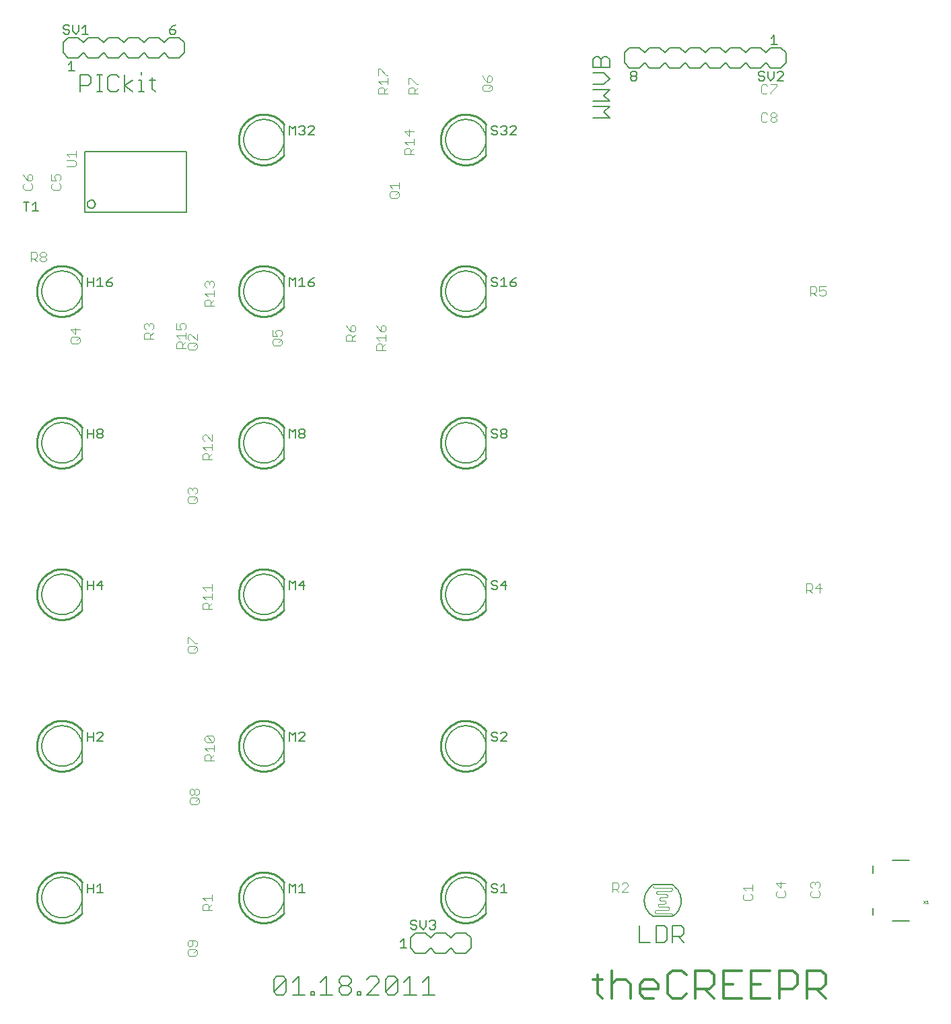
<source format=gto>
G75*
G70*
%OFA0B0*%
%FSLAX24Y24*%
%IPPOS*%
%LPD*%
%AMOC8*
5,1,8,0,0,1.08239X$1,22.5*
%
%ADD10C,0.0070*%
%ADD11C,0.0120*%
%ADD12C,0.0080*%
%ADD13C,0.0040*%
%ADD14C,0.0050*%
%ADD15C,0.0060*%
%ADD16C,0.0100*%
%ADD17C,0.0010*%
D10*
X034936Y004136D02*
X035490Y004136D01*
X035764Y004136D02*
X035764Y004966D01*
X036180Y004966D01*
X036318Y004828D01*
X036318Y004274D01*
X036180Y004136D01*
X035764Y004136D01*
X036593Y004136D02*
X036593Y004966D01*
X037009Y004966D01*
X037147Y004828D01*
X037147Y004551D01*
X037009Y004413D01*
X036593Y004413D01*
X036870Y004413D02*
X037147Y004136D01*
X034936Y004136D02*
X034936Y004966D01*
X033466Y044936D02*
X032635Y044936D01*
X032635Y045490D02*
X033466Y045490D01*
X033189Y045213D01*
X033466Y044936D01*
X033466Y045764D02*
X032635Y045764D01*
X032635Y046318D02*
X033466Y046318D01*
X033189Y046041D01*
X033466Y045764D01*
X033189Y046593D02*
X033466Y046870D01*
X033189Y047147D01*
X032635Y047147D01*
X032635Y047422D02*
X032635Y047837D01*
X032774Y047976D01*
X032912Y047976D01*
X033050Y047837D01*
X033050Y047422D01*
X032635Y047422D02*
X033466Y047422D01*
X033466Y047837D01*
X033327Y047976D01*
X033189Y047976D01*
X033050Y047837D01*
X033189Y046593D02*
X032635Y046593D01*
X010966Y046790D02*
X010689Y046790D01*
X010827Y046928D02*
X010827Y046374D01*
X010966Y046236D01*
X010413Y046236D02*
X010136Y046236D01*
X010275Y046236D02*
X010275Y046790D01*
X010136Y046790D01*
X009861Y046790D02*
X009446Y046513D01*
X009861Y046236D01*
X009446Y046236D02*
X009446Y047066D01*
X009171Y046928D02*
X009032Y047066D01*
X008755Y047066D01*
X008617Y046928D01*
X008617Y046374D01*
X008755Y046236D01*
X009032Y046236D01*
X009171Y046374D01*
X008341Y046236D02*
X008064Y046236D01*
X008203Y046236D02*
X008203Y047066D01*
X008341Y047066D02*
X008064Y047066D01*
X007790Y046928D02*
X007790Y046651D01*
X007651Y046513D01*
X007236Y046513D01*
X007236Y046236D02*
X007236Y047066D01*
X007651Y047066D01*
X007790Y046928D01*
X010275Y047066D02*
X010275Y047205D01*
D11*
X032891Y002512D02*
X032891Y001591D01*
X033121Y001361D01*
X033582Y001361D02*
X033582Y002742D01*
X033812Y002282D02*
X033582Y002051D01*
X033812Y002282D02*
X034272Y002282D01*
X034502Y002051D01*
X034502Y001361D01*
X034963Y001591D02*
X034963Y002051D01*
X035193Y002282D01*
X035653Y002282D01*
X035883Y002051D01*
X035883Y001821D01*
X034963Y001821D01*
X034963Y001591D02*
X035193Y001361D01*
X035653Y001361D01*
X036344Y001591D02*
X036574Y001361D01*
X037034Y001361D01*
X037265Y001591D01*
X037725Y001361D02*
X037725Y002742D01*
X038416Y002742D01*
X038646Y002512D01*
X038646Y002051D01*
X038416Y001821D01*
X037725Y001821D01*
X038185Y001821D02*
X038646Y001361D01*
X039106Y001361D02*
X040027Y001361D01*
X040487Y001361D02*
X041408Y001361D01*
X041868Y001361D02*
X041868Y002742D01*
X042559Y002742D01*
X042789Y002512D01*
X042789Y002051D01*
X042559Y001821D01*
X041868Y001821D01*
X040948Y002051D02*
X040487Y002051D01*
X040487Y001361D02*
X040487Y002742D01*
X041408Y002742D01*
X040027Y002742D02*
X039106Y002742D01*
X039106Y001361D01*
X039106Y002051D02*
X039566Y002051D01*
X037265Y002512D02*
X037034Y002742D01*
X036574Y002742D01*
X036344Y002512D01*
X036344Y001591D01*
X033121Y002282D02*
X032661Y002282D01*
X043250Y002742D02*
X043250Y001361D01*
X043250Y001821D02*
X043940Y001821D01*
X044170Y002051D01*
X044170Y002512D01*
X043940Y002742D01*
X043250Y002742D01*
X043710Y001821D02*
X044170Y001361D01*
D12*
X046502Y005480D02*
X046502Y005835D01*
X047486Y005205D02*
X048313Y005205D01*
X046502Y007567D02*
X046502Y007921D01*
X047486Y008197D02*
X048313Y008197D01*
X036573Y006978D02*
X035628Y006978D01*
X035619Y006978D02*
X035571Y006946D01*
X035525Y006911D01*
X035481Y006872D01*
X035440Y006831D01*
X035401Y006788D01*
X035366Y006742D01*
X035333Y006694D01*
X035304Y006644D01*
X035277Y006592D01*
X035254Y006539D01*
X035235Y006484D01*
X035219Y006428D01*
X035206Y006371D01*
X035198Y006314D01*
X035192Y006256D01*
X035191Y006198D01*
X035193Y006140D01*
X035199Y006082D01*
X035209Y006025D01*
X035222Y005969D01*
X035239Y005913D01*
X035259Y005859D01*
X035282Y005805D01*
X035309Y005754D01*
X035339Y005704D01*
X035373Y005657D01*
X035409Y005611D01*
X035448Y005568D01*
X035490Y005528D01*
X035534Y005490D01*
X035580Y005455D01*
X035629Y005423D01*
X035628Y005423D02*
X036573Y005423D01*
X036583Y005424D02*
X036631Y005456D01*
X036677Y005491D01*
X036721Y005530D01*
X036762Y005571D01*
X036801Y005614D01*
X036836Y005660D01*
X036869Y005708D01*
X036898Y005758D01*
X036925Y005810D01*
X036948Y005863D01*
X036967Y005918D01*
X036983Y005974D01*
X036996Y006031D01*
X037004Y006088D01*
X037010Y006146D01*
X037011Y006204D01*
X037009Y006262D01*
X037003Y006320D01*
X036993Y006377D01*
X036980Y006433D01*
X036963Y006489D01*
X036943Y006543D01*
X036920Y006597D01*
X036893Y006648D01*
X036863Y006698D01*
X036829Y006745D01*
X036793Y006791D01*
X036754Y006834D01*
X036712Y006874D01*
X036668Y006912D01*
X036622Y006947D01*
X036573Y006979D01*
X027351Y007101D02*
X027351Y005601D01*
X024514Y002462D02*
X024514Y001541D01*
X024207Y001541D02*
X024821Y001541D01*
X024207Y002155D02*
X024514Y002462D01*
X023900Y001541D02*
X023286Y001541D01*
X023593Y001541D02*
X023593Y002462D01*
X023286Y002155D01*
X022979Y002308D02*
X022979Y001694D01*
X022826Y001541D01*
X022519Y001541D01*
X022365Y001694D01*
X022979Y002308D01*
X022826Y002462D01*
X022519Y002462D01*
X022365Y002308D01*
X022365Y001694D01*
X022058Y001541D02*
X021444Y001541D01*
X022058Y002155D01*
X022058Y002308D01*
X021905Y002462D01*
X021598Y002462D01*
X021444Y002308D01*
X021138Y001694D02*
X020984Y001694D01*
X020984Y001541D01*
X021138Y001541D01*
X021138Y001694D01*
X020677Y001694D02*
X020524Y001541D01*
X020217Y001541D01*
X020063Y001694D01*
X020063Y001848D01*
X020217Y002001D01*
X020524Y002001D01*
X020677Y001848D01*
X020677Y001694D01*
X020524Y002001D02*
X020677Y002155D01*
X020677Y002308D01*
X020524Y002462D01*
X020217Y002462D01*
X020063Y002308D01*
X020063Y002155D01*
X020217Y002001D01*
X019756Y001541D02*
X019143Y001541D01*
X019450Y001541D02*
X019450Y002462D01*
X019143Y002155D01*
X018836Y001694D02*
X018836Y001541D01*
X018682Y001541D01*
X018682Y001694D01*
X018836Y001694D01*
X018375Y001541D02*
X017762Y001541D01*
X018068Y001541D02*
X018068Y002462D01*
X017762Y002155D01*
X017455Y002308D02*
X017455Y001694D01*
X017301Y001541D01*
X016994Y001541D01*
X016841Y001694D01*
X017455Y002308D01*
X017301Y002462D01*
X016994Y002462D01*
X016841Y002308D01*
X016841Y001694D01*
X017351Y005601D02*
X017351Y007101D01*
X017351Y013101D02*
X017351Y014601D01*
X017351Y020601D02*
X017351Y022101D01*
X017351Y028101D02*
X017351Y029601D01*
X017351Y035601D02*
X017351Y037101D01*
X012520Y040265D02*
X012520Y043257D01*
X007481Y043257D01*
X007481Y040265D01*
X012520Y040265D01*
X007595Y040659D02*
X007597Y040687D01*
X007603Y040714D01*
X007612Y040741D01*
X007626Y040766D01*
X007642Y040788D01*
X007662Y040808D01*
X007684Y040826D01*
X007708Y040840D01*
X007734Y040850D01*
X007761Y040857D01*
X007789Y040860D01*
X007817Y040859D01*
X007845Y040854D01*
X007871Y040845D01*
X007896Y040833D01*
X007920Y040817D01*
X007941Y040799D01*
X007959Y040777D01*
X007973Y040753D01*
X007985Y040728D01*
X007993Y040701D01*
X007997Y040673D01*
X007997Y040645D01*
X007993Y040617D01*
X007985Y040590D01*
X007973Y040565D01*
X007959Y040541D01*
X007941Y040519D01*
X007920Y040501D01*
X007897Y040485D01*
X007871Y040473D01*
X007845Y040464D01*
X007817Y040459D01*
X007789Y040458D01*
X007761Y040461D01*
X007734Y040468D01*
X007708Y040478D01*
X007684Y040492D01*
X007662Y040510D01*
X007642Y040530D01*
X007626Y040552D01*
X007612Y040577D01*
X007603Y040604D01*
X007597Y040631D01*
X007595Y040659D01*
X007351Y037101D02*
X007351Y035601D01*
X007351Y029601D02*
X007351Y028101D01*
X007351Y022101D02*
X007351Y020601D01*
X007351Y014601D02*
X007351Y013101D01*
X007351Y007101D02*
X007351Y005601D01*
X027351Y013101D02*
X027351Y014601D01*
X027351Y020601D02*
X027351Y022101D01*
X027351Y028101D02*
X027351Y029601D01*
X027351Y035601D02*
X027351Y037101D01*
X027351Y043101D02*
X027351Y044601D01*
X017351Y044601D02*
X017351Y043101D01*
D13*
X022020Y046121D02*
X022020Y046351D01*
X022097Y046428D01*
X022251Y046428D01*
X022327Y046351D01*
X022327Y046121D01*
X022327Y046274D02*
X022481Y046428D01*
X022481Y046581D02*
X022481Y046888D01*
X022481Y046735D02*
X022020Y046735D01*
X022174Y046581D01*
X022020Y046121D02*
X022481Y046121D01*
X022481Y047041D02*
X022404Y047041D01*
X022097Y047348D01*
X022020Y047348D01*
X022020Y047041D01*
X023520Y046888D02*
X023520Y046581D01*
X023597Y046428D02*
X023751Y046428D01*
X023827Y046351D01*
X023827Y046121D01*
X023827Y046274D02*
X023981Y046428D01*
X023981Y046581D02*
X023904Y046581D01*
X023597Y046888D01*
X023520Y046888D01*
X023597Y046428D02*
X023520Y046351D01*
X023520Y046121D01*
X023981Y046121D01*
X023551Y044348D02*
X023551Y044041D01*
X023320Y044272D01*
X023781Y044272D01*
X023781Y043888D02*
X023781Y043581D01*
X023781Y043428D02*
X023627Y043274D01*
X023627Y043351D02*
X023627Y043121D01*
X023781Y043121D02*
X023320Y043121D01*
X023320Y043351D01*
X023397Y043428D01*
X023551Y043428D01*
X023627Y043351D01*
X023474Y043581D02*
X023320Y043735D01*
X023781Y043735D01*
X023031Y041738D02*
X023031Y041431D01*
X023031Y041278D02*
X022877Y041124D01*
X022954Y040971D02*
X023031Y041047D01*
X023031Y041201D01*
X022954Y041278D01*
X022647Y041278D01*
X022570Y041201D01*
X022570Y041047D01*
X022647Y040971D01*
X022954Y040971D01*
X022724Y041431D02*
X022570Y041585D01*
X023031Y041585D01*
X027247Y046250D02*
X027170Y046327D01*
X027170Y046480D01*
X027247Y046557D01*
X027554Y046557D01*
X027631Y046480D01*
X027631Y046327D01*
X027554Y046250D01*
X027247Y046250D01*
X027477Y046403D02*
X027631Y046557D01*
X027554Y046710D02*
X027631Y046787D01*
X027631Y046941D01*
X027554Y047017D01*
X027477Y047017D01*
X027401Y046941D01*
X027401Y046710D01*
X027554Y046710D01*
X027401Y046710D02*
X027247Y046864D01*
X027170Y047017D01*
X022304Y034667D02*
X022227Y034667D01*
X022151Y034591D01*
X022151Y034360D01*
X022304Y034360D01*
X022381Y034437D01*
X022381Y034591D01*
X022304Y034667D01*
X021997Y034514D02*
X022151Y034360D01*
X021997Y034514D02*
X021920Y034667D01*
X022381Y034207D02*
X022381Y033900D01*
X022381Y034053D02*
X021920Y034053D01*
X022074Y033900D01*
X021997Y033747D02*
X022151Y033747D01*
X022227Y033670D01*
X022227Y033440D01*
X022227Y033593D02*
X022381Y033747D01*
X022381Y033440D02*
X021920Y033440D01*
X021920Y033670D01*
X021997Y033747D01*
X020881Y033900D02*
X020420Y033900D01*
X020420Y034130D01*
X020497Y034207D01*
X020651Y034207D01*
X020727Y034130D01*
X020727Y033900D01*
X020727Y034053D02*
X020881Y034207D01*
X020804Y034360D02*
X020881Y034437D01*
X020881Y034591D01*
X020804Y034667D01*
X020727Y034667D01*
X020651Y034591D01*
X020651Y034360D01*
X020804Y034360D01*
X020651Y034360D02*
X020497Y034514D01*
X020420Y034667D01*
X017231Y034361D02*
X017231Y034208D01*
X017154Y034131D01*
X017154Y033978D02*
X017231Y033901D01*
X017231Y033747D01*
X017154Y033671D01*
X016847Y033671D01*
X016770Y033747D01*
X016770Y033901D01*
X016847Y033978D01*
X017154Y033978D01*
X017231Y033978D02*
X017077Y033824D01*
X017001Y034131D02*
X016924Y034285D01*
X016924Y034361D01*
X017001Y034438D01*
X017154Y034438D01*
X017231Y034361D01*
X017001Y034131D02*
X016770Y034131D01*
X016770Y034438D01*
X013881Y035621D02*
X013420Y035621D01*
X013420Y035851D01*
X013497Y035928D01*
X013651Y035928D01*
X013727Y035851D01*
X013727Y035621D01*
X013727Y035774D02*
X013881Y035928D01*
X013881Y036081D02*
X013881Y036388D01*
X013881Y036235D02*
X013420Y036235D01*
X013574Y036081D01*
X013497Y036541D02*
X013420Y036618D01*
X013420Y036772D01*
X013497Y036848D01*
X013574Y036848D01*
X013651Y036772D01*
X013727Y036848D01*
X013804Y036848D01*
X013881Y036772D01*
X013881Y036618D01*
X013804Y036541D01*
X013651Y036695D02*
X013651Y036772D01*
X012404Y034767D02*
X012481Y034691D01*
X012481Y034537D01*
X012404Y034460D01*
X012251Y034460D02*
X012174Y034614D01*
X012174Y034691D01*
X012251Y034767D01*
X012404Y034767D01*
X012251Y034460D02*
X012020Y034460D01*
X012020Y034767D01*
X012020Y034153D02*
X012481Y034153D01*
X012570Y034161D02*
X012570Y034008D01*
X012647Y033931D01*
X012647Y033778D02*
X012954Y033778D01*
X013031Y033701D01*
X013031Y033547D01*
X012954Y033471D01*
X012647Y033471D01*
X012570Y033547D01*
X012570Y033701D01*
X012647Y033778D01*
X012481Y033847D02*
X012327Y033693D01*
X012327Y033770D02*
X012327Y033540D01*
X012481Y033540D02*
X012020Y033540D01*
X012020Y033770D01*
X012097Y033847D01*
X012251Y033847D01*
X012327Y033770D01*
X012174Y034000D02*
X012020Y034153D01*
X012481Y034000D02*
X012481Y034307D01*
X012570Y034161D02*
X012647Y034238D01*
X012724Y034238D01*
X013031Y033931D01*
X013031Y034238D01*
X013031Y033778D02*
X012877Y033624D01*
X010881Y034000D02*
X010420Y034000D01*
X010420Y034230D01*
X010497Y034307D01*
X010651Y034307D01*
X010727Y034230D01*
X010727Y034000D01*
X010727Y034153D02*
X010881Y034307D01*
X010804Y034460D02*
X010881Y034537D01*
X010881Y034691D01*
X010804Y034767D01*
X010727Y034767D01*
X010651Y034691D01*
X010651Y034614D01*
X010651Y034691D02*
X010574Y034767D01*
X010497Y034767D01*
X010420Y034691D01*
X010420Y034537D01*
X010497Y034460D01*
X007231Y034461D02*
X006770Y034461D01*
X007001Y034231D01*
X007001Y034538D01*
X007154Y034078D02*
X006847Y034078D01*
X006770Y034001D01*
X006770Y033847D01*
X006847Y033771D01*
X007154Y033771D01*
X007231Y033847D01*
X007231Y034001D01*
X007154Y034078D01*
X007231Y034078D02*
X007077Y033924D01*
X005491Y037821D02*
X005337Y037821D01*
X005260Y037897D01*
X005260Y037974D01*
X005337Y038051D01*
X005491Y038051D01*
X005567Y037974D01*
X005567Y037897D01*
X005491Y037821D01*
X005491Y038051D02*
X005567Y038128D01*
X005567Y038204D01*
X005491Y038281D01*
X005337Y038281D01*
X005260Y038204D01*
X005260Y038128D01*
X005337Y038051D01*
X005107Y038051D02*
X005030Y037974D01*
X004800Y037974D01*
X004800Y037821D02*
X004800Y038281D01*
X005030Y038281D01*
X005107Y038204D01*
X005107Y038051D01*
X004953Y037974D02*
X005107Y037821D01*
X004804Y041371D02*
X004497Y041371D01*
X004420Y041447D01*
X004420Y041601D01*
X004497Y041678D01*
X004651Y041831D02*
X004497Y041985D01*
X004420Y042138D01*
X004651Y042061D02*
X004651Y041831D01*
X004804Y041831D01*
X004881Y041908D01*
X004881Y042061D01*
X004804Y042138D01*
X004727Y042138D01*
X004651Y042061D01*
X004804Y041678D02*
X004881Y041601D01*
X004881Y041447D01*
X004804Y041371D01*
X005820Y041447D02*
X005897Y041371D01*
X006204Y041371D01*
X006281Y041447D01*
X006281Y041601D01*
X006204Y041678D01*
X006204Y041831D02*
X006281Y041908D01*
X006281Y042061D01*
X006204Y042138D01*
X006051Y042138D01*
X005974Y042061D01*
X005974Y041985D01*
X006051Y041831D01*
X005820Y041831D01*
X005820Y042138D01*
X005897Y041678D02*
X005820Y041601D01*
X005820Y041447D01*
X006570Y042521D02*
X006954Y042521D01*
X007031Y042597D01*
X007031Y042751D01*
X006954Y042828D01*
X006570Y042828D01*
X006724Y042981D02*
X006570Y043135D01*
X007031Y043135D01*
X007031Y043288D02*
X007031Y042981D01*
X013397Y029248D02*
X013320Y029172D01*
X013320Y029018D01*
X013397Y028941D01*
X013397Y029248D02*
X013474Y029248D01*
X013781Y028941D01*
X013781Y029248D01*
X013781Y028788D02*
X013781Y028481D01*
X013781Y028328D02*
X013627Y028174D01*
X013627Y028251D02*
X013627Y028021D01*
X013781Y028021D02*
X013320Y028021D01*
X013320Y028251D01*
X013397Y028328D01*
X013551Y028328D01*
X013627Y028251D01*
X013474Y028481D02*
X013320Y028635D01*
X013781Y028635D01*
X012954Y026638D02*
X013031Y026561D01*
X013031Y026408D01*
X012954Y026331D01*
X012954Y026178D02*
X013031Y026101D01*
X013031Y025947D01*
X012954Y025871D01*
X012647Y025871D01*
X012570Y025947D01*
X012570Y026101D01*
X012647Y026178D01*
X012954Y026178D01*
X013031Y026178D02*
X012877Y026024D01*
X012647Y026331D02*
X012570Y026408D01*
X012570Y026561D01*
X012647Y026638D01*
X012724Y026638D01*
X012801Y026561D01*
X012877Y026638D01*
X012954Y026638D01*
X012801Y026561D02*
X012801Y026485D01*
X013781Y021848D02*
X013781Y021541D01*
X013781Y021388D02*
X013781Y021081D01*
X013781Y020928D02*
X013627Y020774D01*
X013627Y020851D02*
X013627Y020621D01*
X013781Y020621D02*
X013320Y020621D01*
X013320Y020851D01*
X013397Y020928D01*
X013551Y020928D01*
X013627Y020851D01*
X013474Y021081D02*
X013320Y021235D01*
X013781Y021235D01*
X013474Y021541D02*
X013320Y021695D01*
X013781Y021695D01*
X012647Y019238D02*
X012954Y018931D01*
X013031Y018931D01*
X013031Y018778D02*
X012877Y018624D01*
X012954Y018471D02*
X013031Y018547D01*
X013031Y018701D01*
X012954Y018778D01*
X012647Y018778D01*
X012570Y018701D01*
X012570Y018547D01*
X012647Y018471D01*
X012954Y018471D01*
X012570Y018931D02*
X012570Y019238D01*
X012647Y019238D01*
X013497Y014348D02*
X013804Y014041D01*
X013881Y014118D01*
X013881Y014272D01*
X013804Y014348D01*
X013497Y014348D01*
X013420Y014272D01*
X013420Y014118D01*
X013497Y014041D01*
X013804Y014041D01*
X013881Y013888D02*
X013881Y013581D01*
X013881Y013428D02*
X013727Y013274D01*
X013727Y013351D02*
X013727Y013121D01*
X013881Y013121D02*
X013420Y013121D01*
X013420Y013351D01*
X013497Y013428D01*
X013651Y013428D01*
X013727Y013351D01*
X013574Y013581D02*
X013420Y013735D01*
X013881Y013735D01*
X013054Y011738D02*
X013131Y011661D01*
X013131Y011508D01*
X013054Y011431D01*
X012977Y011431D01*
X012901Y011508D01*
X012901Y011661D01*
X012977Y011738D01*
X013054Y011738D01*
X012901Y011661D02*
X012824Y011738D01*
X012747Y011738D01*
X012670Y011661D01*
X012670Y011508D01*
X012747Y011431D01*
X012824Y011431D01*
X012901Y011508D01*
X013054Y011278D02*
X013131Y011201D01*
X013131Y011047D01*
X013054Y010971D01*
X012747Y010971D01*
X012670Y011047D01*
X012670Y011201D01*
X012747Y011278D01*
X013054Y011278D01*
X013131Y011278D02*
X012977Y011124D01*
X013781Y006488D02*
X013781Y006181D01*
X013781Y006028D02*
X013627Y005874D01*
X013627Y005951D02*
X013627Y005721D01*
X013781Y005721D02*
X013320Y005721D01*
X013320Y005951D01*
X013397Y006028D01*
X013551Y006028D01*
X013627Y005951D01*
X013474Y006181D02*
X013320Y006335D01*
X013781Y006335D01*
X012954Y004238D02*
X012647Y004238D01*
X012570Y004161D01*
X012570Y004008D01*
X012647Y003931D01*
X012724Y003931D01*
X012801Y004008D01*
X012801Y004238D01*
X012954Y004238D02*
X013031Y004161D01*
X013031Y004008D01*
X012954Y003931D01*
X012954Y003778D02*
X013031Y003701D01*
X013031Y003547D01*
X012954Y003471D01*
X012647Y003471D01*
X012570Y003547D01*
X012570Y003701D01*
X012647Y003778D01*
X012954Y003778D01*
X013031Y003778D02*
X012877Y003624D01*
X033621Y006621D02*
X033621Y007081D01*
X033851Y007081D01*
X033928Y007004D01*
X033928Y006851D01*
X033851Y006774D01*
X033621Y006774D01*
X033774Y006774D02*
X033928Y006621D01*
X034081Y006621D02*
X034388Y006928D01*
X034388Y007004D01*
X034311Y007081D01*
X034158Y007081D01*
X034081Y007004D01*
X034081Y006621D02*
X034388Y006621D01*
X035707Y006831D02*
X036494Y006831D01*
X036510Y006829D01*
X036526Y006824D01*
X036540Y006816D01*
X036553Y006805D01*
X036562Y006792D01*
X036569Y006776D01*
X036573Y006760D01*
X036573Y006744D01*
X036569Y006728D01*
X036562Y006713D01*
X036553Y006699D01*
X036540Y006688D01*
X036526Y006680D01*
X036510Y006675D01*
X036494Y006673D01*
X035865Y006673D01*
X035849Y006671D01*
X035833Y006666D01*
X035819Y006658D01*
X035806Y006647D01*
X035797Y006634D01*
X035790Y006618D01*
X035786Y006602D01*
X035786Y006586D01*
X035790Y006570D01*
X035797Y006555D01*
X035806Y006541D01*
X035819Y006530D01*
X035833Y006522D01*
X035849Y006517D01*
X035865Y006515D01*
X035865Y006516D02*
X036258Y006516D01*
X036274Y006514D01*
X036290Y006509D01*
X036304Y006501D01*
X036317Y006490D01*
X036326Y006477D01*
X036333Y006461D01*
X036337Y006445D01*
X036337Y006429D01*
X036333Y006413D01*
X036326Y006398D01*
X036317Y006384D01*
X036304Y006373D01*
X036290Y006365D01*
X036274Y006360D01*
X036258Y006358D01*
X036022Y006358D01*
X036022Y006359D02*
X036006Y006357D01*
X035990Y006352D01*
X035976Y006344D01*
X035963Y006333D01*
X035954Y006320D01*
X035947Y006304D01*
X035943Y006288D01*
X035943Y006272D01*
X035947Y006256D01*
X035954Y006241D01*
X035963Y006227D01*
X035976Y006216D01*
X035990Y006208D01*
X036006Y006203D01*
X036022Y006201D01*
X036180Y006201D01*
X036196Y006199D01*
X036212Y006194D01*
X036226Y006186D01*
X036239Y006175D01*
X036248Y006162D01*
X036255Y006146D01*
X036259Y006130D01*
X036259Y006114D01*
X036255Y006098D01*
X036248Y006083D01*
X036239Y006069D01*
X036226Y006058D01*
X036212Y006050D01*
X036196Y006045D01*
X036180Y006043D01*
X035943Y006043D01*
X035943Y006044D02*
X035927Y006042D01*
X035911Y006037D01*
X035897Y006029D01*
X035884Y006018D01*
X035875Y006005D01*
X035868Y005989D01*
X035864Y005973D01*
X035864Y005957D01*
X035868Y005941D01*
X035875Y005926D01*
X035884Y005912D01*
X035897Y005901D01*
X035911Y005893D01*
X035927Y005888D01*
X035943Y005886D01*
X036337Y005886D01*
X036353Y005884D01*
X036369Y005879D01*
X036383Y005871D01*
X036396Y005860D01*
X036405Y005847D01*
X036412Y005831D01*
X036416Y005815D01*
X036416Y005799D01*
X036412Y005783D01*
X036405Y005768D01*
X036396Y005754D01*
X036383Y005743D01*
X036369Y005735D01*
X036353Y005730D01*
X036337Y005728D01*
X035786Y005728D01*
X035786Y005729D02*
X035770Y005727D01*
X035754Y005722D01*
X035740Y005714D01*
X035727Y005703D01*
X035718Y005690D01*
X035711Y005674D01*
X035707Y005658D01*
X035707Y005642D01*
X035711Y005626D01*
X035718Y005611D01*
X035727Y005597D01*
X035740Y005586D01*
X035754Y005578D01*
X035770Y005573D01*
X035786Y005571D01*
X036494Y005571D01*
X036509Y005569D01*
X036524Y005565D01*
X036538Y005558D01*
X036550Y005548D01*
X036560Y005536D01*
X036567Y005522D01*
X036571Y005507D01*
X036573Y005492D01*
X035707Y006830D02*
X035692Y006832D01*
X035677Y006836D01*
X035663Y006843D01*
X035651Y006853D01*
X035641Y006865D01*
X035634Y006879D01*
X035630Y006894D01*
X035628Y006909D01*
X040070Y006835D02*
X040531Y006835D01*
X040531Y006988D02*
X040531Y006681D01*
X040454Y006528D02*
X040531Y006451D01*
X040531Y006297D01*
X040454Y006221D01*
X040147Y006221D01*
X040070Y006297D01*
X040070Y006451D01*
X040147Y006528D01*
X040224Y006681D02*
X040070Y006835D01*
X041720Y007061D02*
X041951Y006831D01*
X041951Y007138D01*
X042181Y007061D02*
X041720Y007061D01*
X041797Y006678D02*
X041720Y006601D01*
X041720Y006447D01*
X041797Y006371D01*
X042104Y006371D01*
X042181Y006447D01*
X042181Y006601D01*
X042104Y006678D01*
X043420Y006601D02*
X043420Y006447D01*
X043497Y006371D01*
X043804Y006371D01*
X043881Y006447D01*
X043881Y006601D01*
X043804Y006678D01*
X043804Y006831D02*
X043881Y006908D01*
X043881Y007061D01*
X043804Y007138D01*
X043727Y007138D01*
X043651Y007061D01*
X043651Y006985D01*
X043651Y007061D02*
X043574Y007138D01*
X043497Y007138D01*
X043420Y007061D01*
X043420Y006908D01*
X043497Y006831D01*
X043497Y006678D02*
X043420Y006601D01*
X043507Y021421D02*
X043353Y021574D01*
X043430Y021574D02*
X043200Y021574D01*
X043200Y021421D02*
X043200Y021881D01*
X043430Y021881D01*
X043507Y021804D01*
X043507Y021651D01*
X043430Y021574D01*
X043660Y021651D02*
X043967Y021651D01*
X043891Y021881D02*
X043660Y021651D01*
X043891Y021421D02*
X043891Y021881D01*
X043937Y036121D02*
X043860Y036197D01*
X043937Y036121D02*
X044091Y036121D01*
X044167Y036197D01*
X044167Y036351D01*
X044091Y036428D01*
X044014Y036428D01*
X043860Y036351D01*
X043860Y036581D01*
X044167Y036581D01*
X043707Y036504D02*
X043707Y036351D01*
X043630Y036274D01*
X043400Y036274D01*
X043400Y036121D02*
X043400Y036581D01*
X043630Y036581D01*
X043707Y036504D01*
X043553Y036274D02*
X043707Y036121D01*
X041661Y044721D02*
X041508Y044721D01*
X041431Y044797D01*
X041431Y044874D01*
X041508Y044951D01*
X041661Y044951D01*
X041738Y044874D01*
X041738Y044797D01*
X041661Y044721D01*
X041661Y044951D02*
X041738Y045028D01*
X041738Y045104D01*
X041661Y045181D01*
X041508Y045181D01*
X041431Y045104D01*
X041431Y045028D01*
X041508Y044951D01*
X041278Y045104D02*
X041201Y045181D01*
X041047Y045181D01*
X040971Y045104D01*
X040971Y044797D01*
X041047Y044721D01*
X041201Y044721D01*
X041278Y044797D01*
X041201Y046121D02*
X041278Y046197D01*
X041201Y046121D02*
X041047Y046121D01*
X040971Y046197D01*
X040971Y046504D01*
X041047Y046581D01*
X041201Y046581D01*
X041278Y046504D01*
X041431Y046581D02*
X041738Y046581D01*
X041738Y046504D01*
X041431Y046197D01*
X041431Y046121D01*
D14*
X041455Y046776D02*
X041605Y046926D01*
X041605Y047226D01*
X041765Y047151D02*
X041840Y047226D01*
X041991Y047226D01*
X042066Y047151D01*
X042066Y047076D01*
X041765Y046776D01*
X042066Y046776D01*
X041455Y046776D02*
X041305Y046926D01*
X041305Y047226D01*
X041145Y047151D02*
X041070Y047226D01*
X040920Y047226D01*
X040845Y047151D01*
X040845Y047076D01*
X040920Y047001D01*
X041070Y047001D01*
X041145Y046926D01*
X041145Y046851D01*
X041070Y046776D01*
X040920Y046776D01*
X040845Y046851D01*
X041465Y048576D02*
X041766Y048576D01*
X041616Y048576D02*
X041616Y049026D01*
X041465Y048876D01*
X034816Y047151D02*
X034816Y047076D01*
X034741Y047001D01*
X034590Y047001D01*
X034515Y047076D01*
X034515Y047151D01*
X034590Y047226D01*
X034741Y047226D01*
X034816Y047151D01*
X034741Y047001D02*
X034816Y046926D01*
X034816Y046851D01*
X034741Y046776D01*
X034590Y046776D01*
X034515Y046851D01*
X034515Y046926D01*
X034590Y047001D01*
X028847Y044461D02*
X028772Y044536D01*
X028622Y044536D01*
X028546Y044461D01*
X028386Y044461D02*
X028386Y044386D01*
X028311Y044311D01*
X028386Y044236D01*
X028386Y044161D01*
X028311Y044086D01*
X028161Y044086D01*
X028086Y044161D01*
X027926Y044161D02*
X027851Y044086D01*
X027701Y044086D01*
X027626Y044161D01*
X027701Y044311D02*
X027626Y044386D01*
X027626Y044461D01*
X027701Y044536D01*
X027851Y044536D01*
X027926Y044461D01*
X028086Y044461D02*
X028161Y044536D01*
X028311Y044536D01*
X028386Y044461D01*
X028311Y044311D02*
X028236Y044311D01*
X027926Y044236D02*
X027926Y044161D01*
X027926Y044236D02*
X027851Y044311D01*
X027701Y044311D01*
X028546Y044086D02*
X028847Y044386D01*
X028847Y044461D01*
X028847Y044086D02*
X028546Y044086D01*
X028847Y037036D02*
X028697Y036961D01*
X028546Y036811D01*
X028772Y036811D01*
X028847Y036736D01*
X028847Y036661D01*
X028772Y036586D01*
X028622Y036586D01*
X028546Y036661D01*
X028546Y036811D01*
X028386Y036586D02*
X028086Y036586D01*
X028236Y036586D02*
X028236Y037036D01*
X028086Y036886D01*
X027926Y036961D02*
X027851Y037036D01*
X027701Y037036D01*
X027626Y036961D01*
X027626Y036886D01*
X027701Y036811D01*
X027851Y036811D01*
X027926Y036736D01*
X027926Y036661D01*
X027851Y036586D01*
X027701Y036586D01*
X027626Y036661D01*
X027701Y029536D02*
X027626Y029461D01*
X027626Y029386D01*
X027701Y029311D01*
X027851Y029311D01*
X027926Y029236D01*
X027926Y029161D01*
X027851Y029086D01*
X027701Y029086D01*
X027626Y029161D01*
X027701Y029536D02*
X027851Y029536D01*
X027926Y029461D01*
X028086Y029461D02*
X028086Y029386D01*
X028161Y029311D01*
X028311Y029311D01*
X028386Y029236D01*
X028386Y029161D01*
X028311Y029086D01*
X028161Y029086D01*
X028086Y029161D01*
X028086Y029236D01*
X028161Y029311D01*
X028311Y029311D02*
X028386Y029386D01*
X028386Y029461D01*
X028311Y029536D01*
X028161Y029536D01*
X028086Y029461D01*
X028311Y022036D02*
X028086Y021811D01*
X028386Y021811D01*
X028311Y021586D02*
X028311Y022036D01*
X027926Y021961D02*
X027851Y022036D01*
X027701Y022036D01*
X027626Y021961D01*
X027626Y021886D01*
X027701Y021811D01*
X027851Y021811D01*
X027926Y021736D01*
X027926Y021661D01*
X027851Y021586D01*
X027701Y021586D01*
X027626Y021661D01*
X027701Y014536D02*
X027626Y014461D01*
X027626Y014386D01*
X027701Y014311D01*
X027851Y014311D01*
X027926Y014236D01*
X027926Y014161D01*
X027851Y014086D01*
X027701Y014086D01*
X027626Y014161D01*
X027701Y014536D02*
X027851Y014536D01*
X027926Y014461D01*
X028086Y014461D02*
X028161Y014536D01*
X028311Y014536D01*
X028386Y014461D01*
X028386Y014386D01*
X028086Y014086D01*
X028386Y014086D01*
X028236Y007036D02*
X028236Y006586D01*
X028086Y006586D02*
X028386Y006586D01*
X028086Y006886D02*
X028236Y007036D01*
X027926Y006961D02*
X027851Y007036D01*
X027701Y007036D01*
X027626Y006961D01*
X027626Y006886D01*
X027701Y006811D01*
X027851Y006811D01*
X027926Y006736D01*
X027926Y006661D01*
X027851Y006586D01*
X027701Y006586D01*
X027626Y006661D01*
X024847Y005151D02*
X024847Y005076D01*
X024772Y005001D01*
X024847Y004926D01*
X024847Y004851D01*
X024772Y004776D01*
X024622Y004776D01*
X024546Y004851D01*
X024386Y004926D02*
X024386Y005226D01*
X024546Y005151D02*
X024622Y005226D01*
X024772Y005226D01*
X024847Y005151D01*
X024772Y005001D02*
X024697Y005001D01*
X024386Y004926D02*
X024236Y004776D01*
X024086Y004926D01*
X024086Y005226D01*
X023926Y005151D02*
X023851Y005226D01*
X023701Y005226D01*
X023626Y005151D01*
X023626Y005076D01*
X023701Y005001D01*
X023851Y005001D01*
X023926Y004926D01*
X023926Y004851D01*
X023851Y004776D01*
X023701Y004776D01*
X023626Y004851D01*
X023276Y004326D02*
X023276Y003876D01*
X023126Y003876D02*
X023426Y003876D01*
X023126Y004176D02*
X023276Y004326D01*
X018386Y006586D02*
X018086Y006586D01*
X018236Y006586D02*
X018236Y007036D01*
X018086Y006886D01*
X017926Y007036D02*
X017926Y006586D01*
X017626Y006586D02*
X017626Y007036D01*
X017776Y006886D01*
X017926Y007036D01*
X017926Y014086D02*
X017926Y014536D01*
X017776Y014386D01*
X017626Y014536D01*
X017626Y014086D01*
X018086Y014086D02*
X018386Y014386D01*
X018386Y014461D01*
X018311Y014536D01*
X018161Y014536D01*
X018086Y014461D01*
X018086Y014086D02*
X018386Y014086D01*
X018311Y021586D02*
X018311Y022036D01*
X018086Y021811D01*
X018386Y021811D01*
X017926Y022036D02*
X017926Y021586D01*
X017626Y021586D02*
X017626Y022036D01*
X017776Y021886D01*
X017926Y022036D01*
X017926Y029086D02*
X017926Y029536D01*
X017776Y029386D01*
X017626Y029536D01*
X017626Y029086D01*
X018086Y029161D02*
X018086Y029236D01*
X018161Y029311D01*
X018311Y029311D01*
X018386Y029236D01*
X018386Y029161D01*
X018311Y029086D01*
X018161Y029086D01*
X018086Y029161D01*
X018161Y029311D02*
X018086Y029386D01*
X018086Y029461D01*
X018161Y029536D01*
X018311Y029536D01*
X018386Y029461D01*
X018386Y029386D01*
X018311Y029311D01*
X018386Y036586D02*
X018086Y036586D01*
X018236Y036586D02*
X018236Y037036D01*
X018086Y036886D01*
X017926Y037036D02*
X017926Y036586D01*
X017626Y036586D02*
X017626Y037036D01*
X017776Y036886D01*
X017926Y037036D01*
X018546Y036811D02*
X018772Y036811D01*
X018847Y036736D01*
X018847Y036661D01*
X018772Y036586D01*
X018622Y036586D01*
X018546Y036661D01*
X018546Y036811D01*
X018697Y036961D01*
X018847Y037036D01*
X018847Y044086D02*
X018546Y044086D01*
X018847Y044386D01*
X018847Y044461D01*
X018772Y044536D01*
X018622Y044536D01*
X018546Y044461D01*
X018386Y044461D02*
X018386Y044386D01*
X018311Y044311D01*
X018386Y044236D01*
X018386Y044161D01*
X018311Y044086D01*
X018161Y044086D01*
X018086Y044161D01*
X017926Y044086D02*
X017926Y044536D01*
X017776Y044386D01*
X017626Y044536D01*
X017626Y044086D01*
X018086Y044461D02*
X018161Y044536D01*
X018311Y044536D01*
X018386Y044461D01*
X018311Y044311D02*
X018236Y044311D01*
X011976Y049151D02*
X011976Y049226D01*
X011901Y049301D01*
X011676Y049301D01*
X011676Y049151D01*
X011751Y049076D01*
X011901Y049076D01*
X011976Y049151D01*
X011826Y049451D02*
X011676Y049301D01*
X011826Y049451D02*
X011976Y049526D01*
X007647Y049076D02*
X007346Y049076D01*
X007497Y049076D02*
X007497Y049526D01*
X007346Y049376D01*
X007186Y049226D02*
X007186Y049526D01*
X006886Y049526D02*
X006886Y049226D01*
X007036Y049076D01*
X007186Y049226D01*
X006726Y049226D02*
X006726Y049151D01*
X006651Y049076D01*
X006501Y049076D01*
X006426Y049151D01*
X006501Y049301D02*
X006651Y049301D01*
X006726Y049226D01*
X006726Y049451D02*
X006651Y049526D01*
X006501Y049526D01*
X006426Y049451D01*
X006426Y049376D01*
X006501Y049301D01*
X006826Y047726D02*
X006826Y047276D01*
X006676Y047276D02*
X006976Y047276D01*
X006676Y047576D02*
X006826Y047726D01*
X007626Y037036D02*
X007626Y036586D01*
X007626Y036811D02*
X007926Y036811D01*
X008086Y036886D02*
X008236Y037036D01*
X008236Y036586D01*
X008086Y036586D02*
X008386Y036586D01*
X008546Y036661D02*
X008622Y036586D01*
X008772Y036586D01*
X008847Y036661D01*
X008847Y036736D01*
X008772Y036811D01*
X008546Y036811D01*
X008546Y036661D01*
X008546Y036811D02*
X008697Y036961D01*
X008847Y037036D01*
X007926Y037036D02*
X007926Y036586D01*
X007926Y029536D02*
X007926Y029086D01*
X008086Y029161D02*
X008086Y029236D01*
X008161Y029311D01*
X008311Y029311D01*
X008386Y029236D01*
X008386Y029161D01*
X008311Y029086D01*
X008161Y029086D01*
X008086Y029161D01*
X008161Y029311D02*
X008086Y029386D01*
X008086Y029461D01*
X008161Y029536D01*
X008311Y029536D01*
X008386Y029461D01*
X008386Y029386D01*
X008311Y029311D01*
X007926Y029311D02*
X007626Y029311D01*
X007626Y029086D02*
X007626Y029536D01*
X007626Y022036D02*
X007626Y021586D01*
X007626Y021811D02*
X007926Y021811D01*
X008086Y021811D02*
X008386Y021811D01*
X008311Y022036D02*
X008086Y021811D01*
X007926Y022036D02*
X007926Y021586D01*
X008311Y021586D02*
X008311Y022036D01*
X008311Y014536D02*
X008161Y014536D01*
X008086Y014461D01*
X007926Y014536D02*
X007926Y014086D01*
X008086Y014086D02*
X008386Y014386D01*
X008386Y014461D01*
X008311Y014536D01*
X007926Y014311D02*
X007626Y014311D01*
X007626Y014086D02*
X007626Y014536D01*
X008086Y014086D02*
X008386Y014086D01*
X008236Y007036D02*
X008236Y006586D01*
X008086Y006586D02*
X008386Y006586D01*
X008086Y006886D02*
X008236Y007036D01*
X007926Y007036D02*
X007926Y006586D01*
X007926Y006811D02*
X007626Y006811D01*
X007626Y006586D02*
X007626Y007036D01*
D15*
X005351Y006351D02*
X005353Y006414D01*
X005359Y006476D01*
X005369Y006538D01*
X005382Y006600D01*
X005400Y006660D01*
X005421Y006719D01*
X005446Y006777D01*
X005475Y006833D01*
X005507Y006887D01*
X005542Y006939D01*
X005580Y006988D01*
X005622Y007036D01*
X005666Y007080D01*
X005714Y007122D01*
X005763Y007160D01*
X005815Y007195D01*
X005869Y007227D01*
X005925Y007256D01*
X005983Y007281D01*
X006042Y007302D01*
X006102Y007320D01*
X006164Y007333D01*
X006226Y007343D01*
X006288Y007349D01*
X006351Y007351D01*
X006414Y007349D01*
X006476Y007343D01*
X006538Y007333D01*
X006600Y007320D01*
X006660Y007302D01*
X006719Y007281D01*
X006777Y007256D01*
X006833Y007227D01*
X006887Y007195D01*
X006939Y007160D01*
X006988Y007122D01*
X007036Y007080D01*
X007080Y007036D01*
X007122Y006988D01*
X007160Y006939D01*
X007195Y006887D01*
X007227Y006833D01*
X007256Y006777D01*
X007281Y006719D01*
X007302Y006660D01*
X007320Y006600D01*
X007333Y006538D01*
X007343Y006476D01*
X007349Y006414D01*
X007351Y006351D01*
X007349Y006288D01*
X007343Y006226D01*
X007333Y006164D01*
X007320Y006102D01*
X007302Y006042D01*
X007281Y005983D01*
X007256Y005925D01*
X007227Y005869D01*
X007195Y005815D01*
X007160Y005763D01*
X007122Y005714D01*
X007080Y005666D01*
X007036Y005622D01*
X006988Y005580D01*
X006939Y005542D01*
X006887Y005507D01*
X006833Y005475D01*
X006777Y005446D01*
X006719Y005421D01*
X006660Y005400D01*
X006600Y005382D01*
X006538Y005369D01*
X006476Y005359D01*
X006414Y005353D01*
X006351Y005351D01*
X006288Y005353D01*
X006226Y005359D01*
X006164Y005369D01*
X006102Y005382D01*
X006042Y005400D01*
X005983Y005421D01*
X005925Y005446D01*
X005869Y005475D01*
X005815Y005507D01*
X005763Y005542D01*
X005714Y005580D01*
X005666Y005622D01*
X005622Y005666D01*
X005580Y005714D01*
X005542Y005763D01*
X005507Y005815D01*
X005475Y005869D01*
X005446Y005925D01*
X005421Y005983D01*
X005400Y006042D01*
X005382Y006102D01*
X005369Y006164D01*
X005359Y006226D01*
X005353Y006288D01*
X005351Y006351D01*
X005351Y013851D02*
X005353Y013914D01*
X005359Y013976D01*
X005369Y014038D01*
X005382Y014100D01*
X005400Y014160D01*
X005421Y014219D01*
X005446Y014277D01*
X005475Y014333D01*
X005507Y014387D01*
X005542Y014439D01*
X005580Y014488D01*
X005622Y014536D01*
X005666Y014580D01*
X005714Y014622D01*
X005763Y014660D01*
X005815Y014695D01*
X005869Y014727D01*
X005925Y014756D01*
X005983Y014781D01*
X006042Y014802D01*
X006102Y014820D01*
X006164Y014833D01*
X006226Y014843D01*
X006288Y014849D01*
X006351Y014851D01*
X006414Y014849D01*
X006476Y014843D01*
X006538Y014833D01*
X006600Y014820D01*
X006660Y014802D01*
X006719Y014781D01*
X006777Y014756D01*
X006833Y014727D01*
X006887Y014695D01*
X006939Y014660D01*
X006988Y014622D01*
X007036Y014580D01*
X007080Y014536D01*
X007122Y014488D01*
X007160Y014439D01*
X007195Y014387D01*
X007227Y014333D01*
X007256Y014277D01*
X007281Y014219D01*
X007302Y014160D01*
X007320Y014100D01*
X007333Y014038D01*
X007343Y013976D01*
X007349Y013914D01*
X007351Y013851D01*
X007349Y013788D01*
X007343Y013726D01*
X007333Y013664D01*
X007320Y013602D01*
X007302Y013542D01*
X007281Y013483D01*
X007256Y013425D01*
X007227Y013369D01*
X007195Y013315D01*
X007160Y013263D01*
X007122Y013214D01*
X007080Y013166D01*
X007036Y013122D01*
X006988Y013080D01*
X006939Y013042D01*
X006887Y013007D01*
X006833Y012975D01*
X006777Y012946D01*
X006719Y012921D01*
X006660Y012900D01*
X006600Y012882D01*
X006538Y012869D01*
X006476Y012859D01*
X006414Y012853D01*
X006351Y012851D01*
X006288Y012853D01*
X006226Y012859D01*
X006164Y012869D01*
X006102Y012882D01*
X006042Y012900D01*
X005983Y012921D01*
X005925Y012946D01*
X005869Y012975D01*
X005815Y013007D01*
X005763Y013042D01*
X005714Y013080D01*
X005666Y013122D01*
X005622Y013166D01*
X005580Y013214D01*
X005542Y013263D01*
X005507Y013315D01*
X005475Y013369D01*
X005446Y013425D01*
X005421Y013483D01*
X005400Y013542D01*
X005382Y013602D01*
X005369Y013664D01*
X005359Y013726D01*
X005353Y013788D01*
X005351Y013851D01*
X005351Y021351D02*
X005353Y021414D01*
X005359Y021476D01*
X005369Y021538D01*
X005382Y021600D01*
X005400Y021660D01*
X005421Y021719D01*
X005446Y021777D01*
X005475Y021833D01*
X005507Y021887D01*
X005542Y021939D01*
X005580Y021988D01*
X005622Y022036D01*
X005666Y022080D01*
X005714Y022122D01*
X005763Y022160D01*
X005815Y022195D01*
X005869Y022227D01*
X005925Y022256D01*
X005983Y022281D01*
X006042Y022302D01*
X006102Y022320D01*
X006164Y022333D01*
X006226Y022343D01*
X006288Y022349D01*
X006351Y022351D01*
X006414Y022349D01*
X006476Y022343D01*
X006538Y022333D01*
X006600Y022320D01*
X006660Y022302D01*
X006719Y022281D01*
X006777Y022256D01*
X006833Y022227D01*
X006887Y022195D01*
X006939Y022160D01*
X006988Y022122D01*
X007036Y022080D01*
X007080Y022036D01*
X007122Y021988D01*
X007160Y021939D01*
X007195Y021887D01*
X007227Y021833D01*
X007256Y021777D01*
X007281Y021719D01*
X007302Y021660D01*
X007320Y021600D01*
X007333Y021538D01*
X007343Y021476D01*
X007349Y021414D01*
X007351Y021351D01*
X007349Y021288D01*
X007343Y021226D01*
X007333Y021164D01*
X007320Y021102D01*
X007302Y021042D01*
X007281Y020983D01*
X007256Y020925D01*
X007227Y020869D01*
X007195Y020815D01*
X007160Y020763D01*
X007122Y020714D01*
X007080Y020666D01*
X007036Y020622D01*
X006988Y020580D01*
X006939Y020542D01*
X006887Y020507D01*
X006833Y020475D01*
X006777Y020446D01*
X006719Y020421D01*
X006660Y020400D01*
X006600Y020382D01*
X006538Y020369D01*
X006476Y020359D01*
X006414Y020353D01*
X006351Y020351D01*
X006288Y020353D01*
X006226Y020359D01*
X006164Y020369D01*
X006102Y020382D01*
X006042Y020400D01*
X005983Y020421D01*
X005925Y020446D01*
X005869Y020475D01*
X005815Y020507D01*
X005763Y020542D01*
X005714Y020580D01*
X005666Y020622D01*
X005622Y020666D01*
X005580Y020714D01*
X005542Y020763D01*
X005507Y020815D01*
X005475Y020869D01*
X005446Y020925D01*
X005421Y020983D01*
X005400Y021042D01*
X005382Y021102D01*
X005369Y021164D01*
X005359Y021226D01*
X005353Y021288D01*
X005351Y021351D01*
X005351Y028851D02*
X005353Y028914D01*
X005359Y028976D01*
X005369Y029038D01*
X005382Y029100D01*
X005400Y029160D01*
X005421Y029219D01*
X005446Y029277D01*
X005475Y029333D01*
X005507Y029387D01*
X005542Y029439D01*
X005580Y029488D01*
X005622Y029536D01*
X005666Y029580D01*
X005714Y029622D01*
X005763Y029660D01*
X005815Y029695D01*
X005869Y029727D01*
X005925Y029756D01*
X005983Y029781D01*
X006042Y029802D01*
X006102Y029820D01*
X006164Y029833D01*
X006226Y029843D01*
X006288Y029849D01*
X006351Y029851D01*
X006414Y029849D01*
X006476Y029843D01*
X006538Y029833D01*
X006600Y029820D01*
X006660Y029802D01*
X006719Y029781D01*
X006777Y029756D01*
X006833Y029727D01*
X006887Y029695D01*
X006939Y029660D01*
X006988Y029622D01*
X007036Y029580D01*
X007080Y029536D01*
X007122Y029488D01*
X007160Y029439D01*
X007195Y029387D01*
X007227Y029333D01*
X007256Y029277D01*
X007281Y029219D01*
X007302Y029160D01*
X007320Y029100D01*
X007333Y029038D01*
X007343Y028976D01*
X007349Y028914D01*
X007351Y028851D01*
X007349Y028788D01*
X007343Y028726D01*
X007333Y028664D01*
X007320Y028602D01*
X007302Y028542D01*
X007281Y028483D01*
X007256Y028425D01*
X007227Y028369D01*
X007195Y028315D01*
X007160Y028263D01*
X007122Y028214D01*
X007080Y028166D01*
X007036Y028122D01*
X006988Y028080D01*
X006939Y028042D01*
X006887Y028007D01*
X006833Y027975D01*
X006777Y027946D01*
X006719Y027921D01*
X006660Y027900D01*
X006600Y027882D01*
X006538Y027869D01*
X006476Y027859D01*
X006414Y027853D01*
X006351Y027851D01*
X006288Y027853D01*
X006226Y027859D01*
X006164Y027869D01*
X006102Y027882D01*
X006042Y027900D01*
X005983Y027921D01*
X005925Y027946D01*
X005869Y027975D01*
X005815Y028007D01*
X005763Y028042D01*
X005714Y028080D01*
X005666Y028122D01*
X005622Y028166D01*
X005580Y028214D01*
X005542Y028263D01*
X005507Y028315D01*
X005475Y028369D01*
X005446Y028425D01*
X005421Y028483D01*
X005400Y028542D01*
X005382Y028602D01*
X005369Y028664D01*
X005359Y028726D01*
X005353Y028788D01*
X005351Y028851D01*
X005351Y036351D02*
X005353Y036414D01*
X005359Y036476D01*
X005369Y036538D01*
X005382Y036600D01*
X005400Y036660D01*
X005421Y036719D01*
X005446Y036777D01*
X005475Y036833D01*
X005507Y036887D01*
X005542Y036939D01*
X005580Y036988D01*
X005622Y037036D01*
X005666Y037080D01*
X005714Y037122D01*
X005763Y037160D01*
X005815Y037195D01*
X005869Y037227D01*
X005925Y037256D01*
X005983Y037281D01*
X006042Y037302D01*
X006102Y037320D01*
X006164Y037333D01*
X006226Y037343D01*
X006288Y037349D01*
X006351Y037351D01*
X006414Y037349D01*
X006476Y037343D01*
X006538Y037333D01*
X006600Y037320D01*
X006660Y037302D01*
X006719Y037281D01*
X006777Y037256D01*
X006833Y037227D01*
X006887Y037195D01*
X006939Y037160D01*
X006988Y037122D01*
X007036Y037080D01*
X007080Y037036D01*
X007122Y036988D01*
X007160Y036939D01*
X007195Y036887D01*
X007227Y036833D01*
X007256Y036777D01*
X007281Y036719D01*
X007302Y036660D01*
X007320Y036600D01*
X007333Y036538D01*
X007343Y036476D01*
X007349Y036414D01*
X007351Y036351D01*
X007349Y036288D01*
X007343Y036226D01*
X007333Y036164D01*
X007320Y036102D01*
X007302Y036042D01*
X007281Y035983D01*
X007256Y035925D01*
X007227Y035869D01*
X007195Y035815D01*
X007160Y035763D01*
X007122Y035714D01*
X007080Y035666D01*
X007036Y035622D01*
X006988Y035580D01*
X006939Y035542D01*
X006887Y035507D01*
X006833Y035475D01*
X006777Y035446D01*
X006719Y035421D01*
X006660Y035400D01*
X006600Y035382D01*
X006538Y035369D01*
X006476Y035359D01*
X006414Y035353D01*
X006351Y035351D01*
X006288Y035353D01*
X006226Y035359D01*
X006164Y035369D01*
X006102Y035382D01*
X006042Y035400D01*
X005983Y035421D01*
X005925Y035446D01*
X005869Y035475D01*
X005815Y035507D01*
X005763Y035542D01*
X005714Y035580D01*
X005666Y035622D01*
X005622Y035666D01*
X005580Y035714D01*
X005542Y035763D01*
X005507Y035815D01*
X005475Y035869D01*
X005446Y035925D01*
X005421Y035983D01*
X005400Y036042D01*
X005382Y036102D01*
X005369Y036164D01*
X005359Y036226D01*
X005353Y036288D01*
X005351Y036351D01*
X005185Y040331D02*
X004891Y040331D01*
X005038Y040331D02*
X005038Y040771D01*
X004891Y040624D01*
X004724Y040771D02*
X004431Y040771D01*
X004578Y040771D02*
X004578Y040331D01*
X006651Y047901D02*
X006401Y048151D01*
X006401Y048651D01*
X006651Y048901D01*
X007151Y048901D01*
X007401Y048651D01*
X007651Y048901D01*
X008151Y048901D01*
X008401Y048651D01*
X008651Y048901D01*
X009151Y048901D01*
X009401Y048651D01*
X009651Y048901D01*
X010151Y048901D01*
X010401Y048651D01*
X010651Y048901D01*
X011151Y048901D01*
X011401Y048651D01*
X011651Y048901D01*
X012151Y048901D01*
X012401Y048651D01*
X012401Y048151D01*
X012151Y047901D01*
X011651Y047901D01*
X011401Y048151D01*
X011151Y047901D01*
X010651Y047901D01*
X010401Y048151D01*
X010151Y047901D01*
X009651Y047901D01*
X009401Y048151D01*
X009151Y047901D01*
X008651Y047901D01*
X008401Y048151D01*
X008151Y047901D01*
X007651Y047901D01*
X007401Y048151D01*
X007151Y047901D01*
X006651Y047901D01*
X015351Y043851D02*
X015353Y043914D01*
X015359Y043976D01*
X015369Y044038D01*
X015382Y044100D01*
X015400Y044160D01*
X015421Y044219D01*
X015446Y044277D01*
X015475Y044333D01*
X015507Y044387D01*
X015542Y044439D01*
X015580Y044488D01*
X015622Y044536D01*
X015666Y044580D01*
X015714Y044622D01*
X015763Y044660D01*
X015815Y044695D01*
X015869Y044727D01*
X015925Y044756D01*
X015983Y044781D01*
X016042Y044802D01*
X016102Y044820D01*
X016164Y044833D01*
X016226Y044843D01*
X016288Y044849D01*
X016351Y044851D01*
X016414Y044849D01*
X016476Y044843D01*
X016538Y044833D01*
X016600Y044820D01*
X016660Y044802D01*
X016719Y044781D01*
X016777Y044756D01*
X016833Y044727D01*
X016887Y044695D01*
X016939Y044660D01*
X016988Y044622D01*
X017036Y044580D01*
X017080Y044536D01*
X017122Y044488D01*
X017160Y044439D01*
X017195Y044387D01*
X017227Y044333D01*
X017256Y044277D01*
X017281Y044219D01*
X017302Y044160D01*
X017320Y044100D01*
X017333Y044038D01*
X017343Y043976D01*
X017349Y043914D01*
X017351Y043851D01*
X017349Y043788D01*
X017343Y043726D01*
X017333Y043664D01*
X017320Y043602D01*
X017302Y043542D01*
X017281Y043483D01*
X017256Y043425D01*
X017227Y043369D01*
X017195Y043315D01*
X017160Y043263D01*
X017122Y043214D01*
X017080Y043166D01*
X017036Y043122D01*
X016988Y043080D01*
X016939Y043042D01*
X016887Y043007D01*
X016833Y042975D01*
X016777Y042946D01*
X016719Y042921D01*
X016660Y042900D01*
X016600Y042882D01*
X016538Y042869D01*
X016476Y042859D01*
X016414Y042853D01*
X016351Y042851D01*
X016288Y042853D01*
X016226Y042859D01*
X016164Y042869D01*
X016102Y042882D01*
X016042Y042900D01*
X015983Y042921D01*
X015925Y042946D01*
X015869Y042975D01*
X015815Y043007D01*
X015763Y043042D01*
X015714Y043080D01*
X015666Y043122D01*
X015622Y043166D01*
X015580Y043214D01*
X015542Y043263D01*
X015507Y043315D01*
X015475Y043369D01*
X015446Y043425D01*
X015421Y043483D01*
X015400Y043542D01*
X015382Y043602D01*
X015369Y043664D01*
X015359Y043726D01*
X015353Y043788D01*
X015351Y043851D01*
X015351Y036351D02*
X015353Y036414D01*
X015359Y036476D01*
X015369Y036538D01*
X015382Y036600D01*
X015400Y036660D01*
X015421Y036719D01*
X015446Y036777D01*
X015475Y036833D01*
X015507Y036887D01*
X015542Y036939D01*
X015580Y036988D01*
X015622Y037036D01*
X015666Y037080D01*
X015714Y037122D01*
X015763Y037160D01*
X015815Y037195D01*
X015869Y037227D01*
X015925Y037256D01*
X015983Y037281D01*
X016042Y037302D01*
X016102Y037320D01*
X016164Y037333D01*
X016226Y037343D01*
X016288Y037349D01*
X016351Y037351D01*
X016414Y037349D01*
X016476Y037343D01*
X016538Y037333D01*
X016600Y037320D01*
X016660Y037302D01*
X016719Y037281D01*
X016777Y037256D01*
X016833Y037227D01*
X016887Y037195D01*
X016939Y037160D01*
X016988Y037122D01*
X017036Y037080D01*
X017080Y037036D01*
X017122Y036988D01*
X017160Y036939D01*
X017195Y036887D01*
X017227Y036833D01*
X017256Y036777D01*
X017281Y036719D01*
X017302Y036660D01*
X017320Y036600D01*
X017333Y036538D01*
X017343Y036476D01*
X017349Y036414D01*
X017351Y036351D01*
X017349Y036288D01*
X017343Y036226D01*
X017333Y036164D01*
X017320Y036102D01*
X017302Y036042D01*
X017281Y035983D01*
X017256Y035925D01*
X017227Y035869D01*
X017195Y035815D01*
X017160Y035763D01*
X017122Y035714D01*
X017080Y035666D01*
X017036Y035622D01*
X016988Y035580D01*
X016939Y035542D01*
X016887Y035507D01*
X016833Y035475D01*
X016777Y035446D01*
X016719Y035421D01*
X016660Y035400D01*
X016600Y035382D01*
X016538Y035369D01*
X016476Y035359D01*
X016414Y035353D01*
X016351Y035351D01*
X016288Y035353D01*
X016226Y035359D01*
X016164Y035369D01*
X016102Y035382D01*
X016042Y035400D01*
X015983Y035421D01*
X015925Y035446D01*
X015869Y035475D01*
X015815Y035507D01*
X015763Y035542D01*
X015714Y035580D01*
X015666Y035622D01*
X015622Y035666D01*
X015580Y035714D01*
X015542Y035763D01*
X015507Y035815D01*
X015475Y035869D01*
X015446Y035925D01*
X015421Y035983D01*
X015400Y036042D01*
X015382Y036102D01*
X015369Y036164D01*
X015359Y036226D01*
X015353Y036288D01*
X015351Y036351D01*
X015351Y028851D02*
X015353Y028914D01*
X015359Y028976D01*
X015369Y029038D01*
X015382Y029100D01*
X015400Y029160D01*
X015421Y029219D01*
X015446Y029277D01*
X015475Y029333D01*
X015507Y029387D01*
X015542Y029439D01*
X015580Y029488D01*
X015622Y029536D01*
X015666Y029580D01*
X015714Y029622D01*
X015763Y029660D01*
X015815Y029695D01*
X015869Y029727D01*
X015925Y029756D01*
X015983Y029781D01*
X016042Y029802D01*
X016102Y029820D01*
X016164Y029833D01*
X016226Y029843D01*
X016288Y029849D01*
X016351Y029851D01*
X016414Y029849D01*
X016476Y029843D01*
X016538Y029833D01*
X016600Y029820D01*
X016660Y029802D01*
X016719Y029781D01*
X016777Y029756D01*
X016833Y029727D01*
X016887Y029695D01*
X016939Y029660D01*
X016988Y029622D01*
X017036Y029580D01*
X017080Y029536D01*
X017122Y029488D01*
X017160Y029439D01*
X017195Y029387D01*
X017227Y029333D01*
X017256Y029277D01*
X017281Y029219D01*
X017302Y029160D01*
X017320Y029100D01*
X017333Y029038D01*
X017343Y028976D01*
X017349Y028914D01*
X017351Y028851D01*
X017349Y028788D01*
X017343Y028726D01*
X017333Y028664D01*
X017320Y028602D01*
X017302Y028542D01*
X017281Y028483D01*
X017256Y028425D01*
X017227Y028369D01*
X017195Y028315D01*
X017160Y028263D01*
X017122Y028214D01*
X017080Y028166D01*
X017036Y028122D01*
X016988Y028080D01*
X016939Y028042D01*
X016887Y028007D01*
X016833Y027975D01*
X016777Y027946D01*
X016719Y027921D01*
X016660Y027900D01*
X016600Y027882D01*
X016538Y027869D01*
X016476Y027859D01*
X016414Y027853D01*
X016351Y027851D01*
X016288Y027853D01*
X016226Y027859D01*
X016164Y027869D01*
X016102Y027882D01*
X016042Y027900D01*
X015983Y027921D01*
X015925Y027946D01*
X015869Y027975D01*
X015815Y028007D01*
X015763Y028042D01*
X015714Y028080D01*
X015666Y028122D01*
X015622Y028166D01*
X015580Y028214D01*
X015542Y028263D01*
X015507Y028315D01*
X015475Y028369D01*
X015446Y028425D01*
X015421Y028483D01*
X015400Y028542D01*
X015382Y028602D01*
X015369Y028664D01*
X015359Y028726D01*
X015353Y028788D01*
X015351Y028851D01*
X015351Y021351D02*
X015353Y021414D01*
X015359Y021476D01*
X015369Y021538D01*
X015382Y021600D01*
X015400Y021660D01*
X015421Y021719D01*
X015446Y021777D01*
X015475Y021833D01*
X015507Y021887D01*
X015542Y021939D01*
X015580Y021988D01*
X015622Y022036D01*
X015666Y022080D01*
X015714Y022122D01*
X015763Y022160D01*
X015815Y022195D01*
X015869Y022227D01*
X015925Y022256D01*
X015983Y022281D01*
X016042Y022302D01*
X016102Y022320D01*
X016164Y022333D01*
X016226Y022343D01*
X016288Y022349D01*
X016351Y022351D01*
X016414Y022349D01*
X016476Y022343D01*
X016538Y022333D01*
X016600Y022320D01*
X016660Y022302D01*
X016719Y022281D01*
X016777Y022256D01*
X016833Y022227D01*
X016887Y022195D01*
X016939Y022160D01*
X016988Y022122D01*
X017036Y022080D01*
X017080Y022036D01*
X017122Y021988D01*
X017160Y021939D01*
X017195Y021887D01*
X017227Y021833D01*
X017256Y021777D01*
X017281Y021719D01*
X017302Y021660D01*
X017320Y021600D01*
X017333Y021538D01*
X017343Y021476D01*
X017349Y021414D01*
X017351Y021351D01*
X017349Y021288D01*
X017343Y021226D01*
X017333Y021164D01*
X017320Y021102D01*
X017302Y021042D01*
X017281Y020983D01*
X017256Y020925D01*
X017227Y020869D01*
X017195Y020815D01*
X017160Y020763D01*
X017122Y020714D01*
X017080Y020666D01*
X017036Y020622D01*
X016988Y020580D01*
X016939Y020542D01*
X016887Y020507D01*
X016833Y020475D01*
X016777Y020446D01*
X016719Y020421D01*
X016660Y020400D01*
X016600Y020382D01*
X016538Y020369D01*
X016476Y020359D01*
X016414Y020353D01*
X016351Y020351D01*
X016288Y020353D01*
X016226Y020359D01*
X016164Y020369D01*
X016102Y020382D01*
X016042Y020400D01*
X015983Y020421D01*
X015925Y020446D01*
X015869Y020475D01*
X015815Y020507D01*
X015763Y020542D01*
X015714Y020580D01*
X015666Y020622D01*
X015622Y020666D01*
X015580Y020714D01*
X015542Y020763D01*
X015507Y020815D01*
X015475Y020869D01*
X015446Y020925D01*
X015421Y020983D01*
X015400Y021042D01*
X015382Y021102D01*
X015369Y021164D01*
X015359Y021226D01*
X015353Y021288D01*
X015351Y021351D01*
X015351Y013851D02*
X015353Y013914D01*
X015359Y013976D01*
X015369Y014038D01*
X015382Y014100D01*
X015400Y014160D01*
X015421Y014219D01*
X015446Y014277D01*
X015475Y014333D01*
X015507Y014387D01*
X015542Y014439D01*
X015580Y014488D01*
X015622Y014536D01*
X015666Y014580D01*
X015714Y014622D01*
X015763Y014660D01*
X015815Y014695D01*
X015869Y014727D01*
X015925Y014756D01*
X015983Y014781D01*
X016042Y014802D01*
X016102Y014820D01*
X016164Y014833D01*
X016226Y014843D01*
X016288Y014849D01*
X016351Y014851D01*
X016414Y014849D01*
X016476Y014843D01*
X016538Y014833D01*
X016600Y014820D01*
X016660Y014802D01*
X016719Y014781D01*
X016777Y014756D01*
X016833Y014727D01*
X016887Y014695D01*
X016939Y014660D01*
X016988Y014622D01*
X017036Y014580D01*
X017080Y014536D01*
X017122Y014488D01*
X017160Y014439D01*
X017195Y014387D01*
X017227Y014333D01*
X017256Y014277D01*
X017281Y014219D01*
X017302Y014160D01*
X017320Y014100D01*
X017333Y014038D01*
X017343Y013976D01*
X017349Y013914D01*
X017351Y013851D01*
X017349Y013788D01*
X017343Y013726D01*
X017333Y013664D01*
X017320Y013602D01*
X017302Y013542D01*
X017281Y013483D01*
X017256Y013425D01*
X017227Y013369D01*
X017195Y013315D01*
X017160Y013263D01*
X017122Y013214D01*
X017080Y013166D01*
X017036Y013122D01*
X016988Y013080D01*
X016939Y013042D01*
X016887Y013007D01*
X016833Y012975D01*
X016777Y012946D01*
X016719Y012921D01*
X016660Y012900D01*
X016600Y012882D01*
X016538Y012869D01*
X016476Y012859D01*
X016414Y012853D01*
X016351Y012851D01*
X016288Y012853D01*
X016226Y012859D01*
X016164Y012869D01*
X016102Y012882D01*
X016042Y012900D01*
X015983Y012921D01*
X015925Y012946D01*
X015869Y012975D01*
X015815Y013007D01*
X015763Y013042D01*
X015714Y013080D01*
X015666Y013122D01*
X015622Y013166D01*
X015580Y013214D01*
X015542Y013263D01*
X015507Y013315D01*
X015475Y013369D01*
X015446Y013425D01*
X015421Y013483D01*
X015400Y013542D01*
X015382Y013602D01*
X015369Y013664D01*
X015359Y013726D01*
X015353Y013788D01*
X015351Y013851D01*
X015351Y006351D02*
X015353Y006414D01*
X015359Y006476D01*
X015369Y006538D01*
X015382Y006600D01*
X015400Y006660D01*
X015421Y006719D01*
X015446Y006777D01*
X015475Y006833D01*
X015507Y006887D01*
X015542Y006939D01*
X015580Y006988D01*
X015622Y007036D01*
X015666Y007080D01*
X015714Y007122D01*
X015763Y007160D01*
X015815Y007195D01*
X015869Y007227D01*
X015925Y007256D01*
X015983Y007281D01*
X016042Y007302D01*
X016102Y007320D01*
X016164Y007333D01*
X016226Y007343D01*
X016288Y007349D01*
X016351Y007351D01*
X016414Y007349D01*
X016476Y007343D01*
X016538Y007333D01*
X016600Y007320D01*
X016660Y007302D01*
X016719Y007281D01*
X016777Y007256D01*
X016833Y007227D01*
X016887Y007195D01*
X016939Y007160D01*
X016988Y007122D01*
X017036Y007080D01*
X017080Y007036D01*
X017122Y006988D01*
X017160Y006939D01*
X017195Y006887D01*
X017227Y006833D01*
X017256Y006777D01*
X017281Y006719D01*
X017302Y006660D01*
X017320Y006600D01*
X017333Y006538D01*
X017343Y006476D01*
X017349Y006414D01*
X017351Y006351D01*
X017349Y006288D01*
X017343Y006226D01*
X017333Y006164D01*
X017320Y006102D01*
X017302Y006042D01*
X017281Y005983D01*
X017256Y005925D01*
X017227Y005869D01*
X017195Y005815D01*
X017160Y005763D01*
X017122Y005714D01*
X017080Y005666D01*
X017036Y005622D01*
X016988Y005580D01*
X016939Y005542D01*
X016887Y005507D01*
X016833Y005475D01*
X016777Y005446D01*
X016719Y005421D01*
X016660Y005400D01*
X016600Y005382D01*
X016538Y005369D01*
X016476Y005359D01*
X016414Y005353D01*
X016351Y005351D01*
X016288Y005353D01*
X016226Y005359D01*
X016164Y005369D01*
X016102Y005382D01*
X016042Y005400D01*
X015983Y005421D01*
X015925Y005446D01*
X015869Y005475D01*
X015815Y005507D01*
X015763Y005542D01*
X015714Y005580D01*
X015666Y005622D01*
X015622Y005666D01*
X015580Y005714D01*
X015542Y005763D01*
X015507Y005815D01*
X015475Y005869D01*
X015446Y005925D01*
X015421Y005983D01*
X015400Y006042D01*
X015382Y006102D01*
X015369Y006164D01*
X015359Y006226D01*
X015353Y006288D01*
X015351Y006351D01*
X023601Y004351D02*
X023601Y003851D01*
X023851Y003601D01*
X024351Y003601D01*
X024601Y003851D01*
X024851Y003601D01*
X025351Y003601D01*
X025601Y003851D01*
X025851Y003601D01*
X026351Y003601D01*
X026601Y003851D01*
X026601Y004351D01*
X026351Y004601D01*
X025851Y004601D01*
X025601Y004351D01*
X025351Y004601D01*
X024851Y004601D01*
X024601Y004351D01*
X024351Y004601D01*
X023851Y004601D01*
X023601Y004351D01*
X025351Y006351D02*
X025353Y006414D01*
X025359Y006476D01*
X025369Y006538D01*
X025382Y006600D01*
X025400Y006660D01*
X025421Y006719D01*
X025446Y006777D01*
X025475Y006833D01*
X025507Y006887D01*
X025542Y006939D01*
X025580Y006988D01*
X025622Y007036D01*
X025666Y007080D01*
X025714Y007122D01*
X025763Y007160D01*
X025815Y007195D01*
X025869Y007227D01*
X025925Y007256D01*
X025983Y007281D01*
X026042Y007302D01*
X026102Y007320D01*
X026164Y007333D01*
X026226Y007343D01*
X026288Y007349D01*
X026351Y007351D01*
X026414Y007349D01*
X026476Y007343D01*
X026538Y007333D01*
X026600Y007320D01*
X026660Y007302D01*
X026719Y007281D01*
X026777Y007256D01*
X026833Y007227D01*
X026887Y007195D01*
X026939Y007160D01*
X026988Y007122D01*
X027036Y007080D01*
X027080Y007036D01*
X027122Y006988D01*
X027160Y006939D01*
X027195Y006887D01*
X027227Y006833D01*
X027256Y006777D01*
X027281Y006719D01*
X027302Y006660D01*
X027320Y006600D01*
X027333Y006538D01*
X027343Y006476D01*
X027349Y006414D01*
X027351Y006351D01*
X027349Y006288D01*
X027343Y006226D01*
X027333Y006164D01*
X027320Y006102D01*
X027302Y006042D01*
X027281Y005983D01*
X027256Y005925D01*
X027227Y005869D01*
X027195Y005815D01*
X027160Y005763D01*
X027122Y005714D01*
X027080Y005666D01*
X027036Y005622D01*
X026988Y005580D01*
X026939Y005542D01*
X026887Y005507D01*
X026833Y005475D01*
X026777Y005446D01*
X026719Y005421D01*
X026660Y005400D01*
X026600Y005382D01*
X026538Y005369D01*
X026476Y005359D01*
X026414Y005353D01*
X026351Y005351D01*
X026288Y005353D01*
X026226Y005359D01*
X026164Y005369D01*
X026102Y005382D01*
X026042Y005400D01*
X025983Y005421D01*
X025925Y005446D01*
X025869Y005475D01*
X025815Y005507D01*
X025763Y005542D01*
X025714Y005580D01*
X025666Y005622D01*
X025622Y005666D01*
X025580Y005714D01*
X025542Y005763D01*
X025507Y005815D01*
X025475Y005869D01*
X025446Y005925D01*
X025421Y005983D01*
X025400Y006042D01*
X025382Y006102D01*
X025369Y006164D01*
X025359Y006226D01*
X025353Y006288D01*
X025351Y006351D01*
X025351Y013851D02*
X025353Y013914D01*
X025359Y013976D01*
X025369Y014038D01*
X025382Y014100D01*
X025400Y014160D01*
X025421Y014219D01*
X025446Y014277D01*
X025475Y014333D01*
X025507Y014387D01*
X025542Y014439D01*
X025580Y014488D01*
X025622Y014536D01*
X025666Y014580D01*
X025714Y014622D01*
X025763Y014660D01*
X025815Y014695D01*
X025869Y014727D01*
X025925Y014756D01*
X025983Y014781D01*
X026042Y014802D01*
X026102Y014820D01*
X026164Y014833D01*
X026226Y014843D01*
X026288Y014849D01*
X026351Y014851D01*
X026414Y014849D01*
X026476Y014843D01*
X026538Y014833D01*
X026600Y014820D01*
X026660Y014802D01*
X026719Y014781D01*
X026777Y014756D01*
X026833Y014727D01*
X026887Y014695D01*
X026939Y014660D01*
X026988Y014622D01*
X027036Y014580D01*
X027080Y014536D01*
X027122Y014488D01*
X027160Y014439D01*
X027195Y014387D01*
X027227Y014333D01*
X027256Y014277D01*
X027281Y014219D01*
X027302Y014160D01*
X027320Y014100D01*
X027333Y014038D01*
X027343Y013976D01*
X027349Y013914D01*
X027351Y013851D01*
X027349Y013788D01*
X027343Y013726D01*
X027333Y013664D01*
X027320Y013602D01*
X027302Y013542D01*
X027281Y013483D01*
X027256Y013425D01*
X027227Y013369D01*
X027195Y013315D01*
X027160Y013263D01*
X027122Y013214D01*
X027080Y013166D01*
X027036Y013122D01*
X026988Y013080D01*
X026939Y013042D01*
X026887Y013007D01*
X026833Y012975D01*
X026777Y012946D01*
X026719Y012921D01*
X026660Y012900D01*
X026600Y012882D01*
X026538Y012869D01*
X026476Y012859D01*
X026414Y012853D01*
X026351Y012851D01*
X026288Y012853D01*
X026226Y012859D01*
X026164Y012869D01*
X026102Y012882D01*
X026042Y012900D01*
X025983Y012921D01*
X025925Y012946D01*
X025869Y012975D01*
X025815Y013007D01*
X025763Y013042D01*
X025714Y013080D01*
X025666Y013122D01*
X025622Y013166D01*
X025580Y013214D01*
X025542Y013263D01*
X025507Y013315D01*
X025475Y013369D01*
X025446Y013425D01*
X025421Y013483D01*
X025400Y013542D01*
X025382Y013602D01*
X025369Y013664D01*
X025359Y013726D01*
X025353Y013788D01*
X025351Y013851D01*
X025351Y021351D02*
X025353Y021414D01*
X025359Y021476D01*
X025369Y021538D01*
X025382Y021600D01*
X025400Y021660D01*
X025421Y021719D01*
X025446Y021777D01*
X025475Y021833D01*
X025507Y021887D01*
X025542Y021939D01*
X025580Y021988D01*
X025622Y022036D01*
X025666Y022080D01*
X025714Y022122D01*
X025763Y022160D01*
X025815Y022195D01*
X025869Y022227D01*
X025925Y022256D01*
X025983Y022281D01*
X026042Y022302D01*
X026102Y022320D01*
X026164Y022333D01*
X026226Y022343D01*
X026288Y022349D01*
X026351Y022351D01*
X026414Y022349D01*
X026476Y022343D01*
X026538Y022333D01*
X026600Y022320D01*
X026660Y022302D01*
X026719Y022281D01*
X026777Y022256D01*
X026833Y022227D01*
X026887Y022195D01*
X026939Y022160D01*
X026988Y022122D01*
X027036Y022080D01*
X027080Y022036D01*
X027122Y021988D01*
X027160Y021939D01*
X027195Y021887D01*
X027227Y021833D01*
X027256Y021777D01*
X027281Y021719D01*
X027302Y021660D01*
X027320Y021600D01*
X027333Y021538D01*
X027343Y021476D01*
X027349Y021414D01*
X027351Y021351D01*
X027349Y021288D01*
X027343Y021226D01*
X027333Y021164D01*
X027320Y021102D01*
X027302Y021042D01*
X027281Y020983D01*
X027256Y020925D01*
X027227Y020869D01*
X027195Y020815D01*
X027160Y020763D01*
X027122Y020714D01*
X027080Y020666D01*
X027036Y020622D01*
X026988Y020580D01*
X026939Y020542D01*
X026887Y020507D01*
X026833Y020475D01*
X026777Y020446D01*
X026719Y020421D01*
X026660Y020400D01*
X026600Y020382D01*
X026538Y020369D01*
X026476Y020359D01*
X026414Y020353D01*
X026351Y020351D01*
X026288Y020353D01*
X026226Y020359D01*
X026164Y020369D01*
X026102Y020382D01*
X026042Y020400D01*
X025983Y020421D01*
X025925Y020446D01*
X025869Y020475D01*
X025815Y020507D01*
X025763Y020542D01*
X025714Y020580D01*
X025666Y020622D01*
X025622Y020666D01*
X025580Y020714D01*
X025542Y020763D01*
X025507Y020815D01*
X025475Y020869D01*
X025446Y020925D01*
X025421Y020983D01*
X025400Y021042D01*
X025382Y021102D01*
X025369Y021164D01*
X025359Y021226D01*
X025353Y021288D01*
X025351Y021351D01*
X025351Y028851D02*
X025353Y028914D01*
X025359Y028976D01*
X025369Y029038D01*
X025382Y029100D01*
X025400Y029160D01*
X025421Y029219D01*
X025446Y029277D01*
X025475Y029333D01*
X025507Y029387D01*
X025542Y029439D01*
X025580Y029488D01*
X025622Y029536D01*
X025666Y029580D01*
X025714Y029622D01*
X025763Y029660D01*
X025815Y029695D01*
X025869Y029727D01*
X025925Y029756D01*
X025983Y029781D01*
X026042Y029802D01*
X026102Y029820D01*
X026164Y029833D01*
X026226Y029843D01*
X026288Y029849D01*
X026351Y029851D01*
X026414Y029849D01*
X026476Y029843D01*
X026538Y029833D01*
X026600Y029820D01*
X026660Y029802D01*
X026719Y029781D01*
X026777Y029756D01*
X026833Y029727D01*
X026887Y029695D01*
X026939Y029660D01*
X026988Y029622D01*
X027036Y029580D01*
X027080Y029536D01*
X027122Y029488D01*
X027160Y029439D01*
X027195Y029387D01*
X027227Y029333D01*
X027256Y029277D01*
X027281Y029219D01*
X027302Y029160D01*
X027320Y029100D01*
X027333Y029038D01*
X027343Y028976D01*
X027349Y028914D01*
X027351Y028851D01*
X027349Y028788D01*
X027343Y028726D01*
X027333Y028664D01*
X027320Y028602D01*
X027302Y028542D01*
X027281Y028483D01*
X027256Y028425D01*
X027227Y028369D01*
X027195Y028315D01*
X027160Y028263D01*
X027122Y028214D01*
X027080Y028166D01*
X027036Y028122D01*
X026988Y028080D01*
X026939Y028042D01*
X026887Y028007D01*
X026833Y027975D01*
X026777Y027946D01*
X026719Y027921D01*
X026660Y027900D01*
X026600Y027882D01*
X026538Y027869D01*
X026476Y027859D01*
X026414Y027853D01*
X026351Y027851D01*
X026288Y027853D01*
X026226Y027859D01*
X026164Y027869D01*
X026102Y027882D01*
X026042Y027900D01*
X025983Y027921D01*
X025925Y027946D01*
X025869Y027975D01*
X025815Y028007D01*
X025763Y028042D01*
X025714Y028080D01*
X025666Y028122D01*
X025622Y028166D01*
X025580Y028214D01*
X025542Y028263D01*
X025507Y028315D01*
X025475Y028369D01*
X025446Y028425D01*
X025421Y028483D01*
X025400Y028542D01*
X025382Y028602D01*
X025369Y028664D01*
X025359Y028726D01*
X025353Y028788D01*
X025351Y028851D01*
X025351Y036351D02*
X025353Y036414D01*
X025359Y036476D01*
X025369Y036538D01*
X025382Y036600D01*
X025400Y036660D01*
X025421Y036719D01*
X025446Y036777D01*
X025475Y036833D01*
X025507Y036887D01*
X025542Y036939D01*
X025580Y036988D01*
X025622Y037036D01*
X025666Y037080D01*
X025714Y037122D01*
X025763Y037160D01*
X025815Y037195D01*
X025869Y037227D01*
X025925Y037256D01*
X025983Y037281D01*
X026042Y037302D01*
X026102Y037320D01*
X026164Y037333D01*
X026226Y037343D01*
X026288Y037349D01*
X026351Y037351D01*
X026414Y037349D01*
X026476Y037343D01*
X026538Y037333D01*
X026600Y037320D01*
X026660Y037302D01*
X026719Y037281D01*
X026777Y037256D01*
X026833Y037227D01*
X026887Y037195D01*
X026939Y037160D01*
X026988Y037122D01*
X027036Y037080D01*
X027080Y037036D01*
X027122Y036988D01*
X027160Y036939D01*
X027195Y036887D01*
X027227Y036833D01*
X027256Y036777D01*
X027281Y036719D01*
X027302Y036660D01*
X027320Y036600D01*
X027333Y036538D01*
X027343Y036476D01*
X027349Y036414D01*
X027351Y036351D01*
X027349Y036288D01*
X027343Y036226D01*
X027333Y036164D01*
X027320Y036102D01*
X027302Y036042D01*
X027281Y035983D01*
X027256Y035925D01*
X027227Y035869D01*
X027195Y035815D01*
X027160Y035763D01*
X027122Y035714D01*
X027080Y035666D01*
X027036Y035622D01*
X026988Y035580D01*
X026939Y035542D01*
X026887Y035507D01*
X026833Y035475D01*
X026777Y035446D01*
X026719Y035421D01*
X026660Y035400D01*
X026600Y035382D01*
X026538Y035369D01*
X026476Y035359D01*
X026414Y035353D01*
X026351Y035351D01*
X026288Y035353D01*
X026226Y035359D01*
X026164Y035369D01*
X026102Y035382D01*
X026042Y035400D01*
X025983Y035421D01*
X025925Y035446D01*
X025869Y035475D01*
X025815Y035507D01*
X025763Y035542D01*
X025714Y035580D01*
X025666Y035622D01*
X025622Y035666D01*
X025580Y035714D01*
X025542Y035763D01*
X025507Y035815D01*
X025475Y035869D01*
X025446Y035925D01*
X025421Y035983D01*
X025400Y036042D01*
X025382Y036102D01*
X025369Y036164D01*
X025359Y036226D01*
X025353Y036288D01*
X025351Y036351D01*
X025351Y043851D02*
X025353Y043914D01*
X025359Y043976D01*
X025369Y044038D01*
X025382Y044100D01*
X025400Y044160D01*
X025421Y044219D01*
X025446Y044277D01*
X025475Y044333D01*
X025507Y044387D01*
X025542Y044439D01*
X025580Y044488D01*
X025622Y044536D01*
X025666Y044580D01*
X025714Y044622D01*
X025763Y044660D01*
X025815Y044695D01*
X025869Y044727D01*
X025925Y044756D01*
X025983Y044781D01*
X026042Y044802D01*
X026102Y044820D01*
X026164Y044833D01*
X026226Y044843D01*
X026288Y044849D01*
X026351Y044851D01*
X026414Y044849D01*
X026476Y044843D01*
X026538Y044833D01*
X026600Y044820D01*
X026660Y044802D01*
X026719Y044781D01*
X026777Y044756D01*
X026833Y044727D01*
X026887Y044695D01*
X026939Y044660D01*
X026988Y044622D01*
X027036Y044580D01*
X027080Y044536D01*
X027122Y044488D01*
X027160Y044439D01*
X027195Y044387D01*
X027227Y044333D01*
X027256Y044277D01*
X027281Y044219D01*
X027302Y044160D01*
X027320Y044100D01*
X027333Y044038D01*
X027343Y043976D01*
X027349Y043914D01*
X027351Y043851D01*
X027349Y043788D01*
X027343Y043726D01*
X027333Y043664D01*
X027320Y043602D01*
X027302Y043542D01*
X027281Y043483D01*
X027256Y043425D01*
X027227Y043369D01*
X027195Y043315D01*
X027160Y043263D01*
X027122Y043214D01*
X027080Y043166D01*
X027036Y043122D01*
X026988Y043080D01*
X026939Y043042D01*
X026887Y043007D01*
X026833Y042975D01*
X026777Y042946D01*
X026719Y042921D01*
X026660Y042900D01*
X026600Y042882D01*
X026538Y042869D01*
X026476Y042859D01*
X026414Y042853D01*
X026351Y042851D01*
X026288Y042853D01*
X026226Y042859D01*
X026164Y042869D01*
X026102Y042882D01*
X026042Y042900D01*
X025983Y042921D01*
X025925Y042946D01*
X025869Y042975D01*
X025815Y043007D01*
X025763Y043042D01*
X025714Y043080D01*
X025666Y043122D01*
X025622Y043166D01*
X025580Y043214D01*
X025542Y043263D01*
X025507Y043315D01*
X025475Y043369D01*
X025446Y043425D01*
X025421Y043483D01*
X025400Y043542D01*
X025382Y043602D01*
X025369Y043664D01*
X025359Y043726D01*
X025353Y043788D01*
X025351Y043851D01*
X034201Y047651D02*
X034201Y048151D01*
X034451Y048401D01*
X034951Y048401D01*
X035201Y048151D01*
X035451Y048401D01*
X035951Y048401D01*
X036201Y048151D01*
X036451Y048401D01*
X036951Y048401D01*
X037201Y048151D01*
X037451Y048401D01*
X037951Y048401D01*
X038201Y048151D01*
X038451Y048401D01*
X038951Y048401D01*
X039201Y048151D01*
X039451Y048401D01*
X039951Y048401D01*
X040201Y048151D01*
X040451Y048401D01*
X040951Y048401D01*
X041201Y048151D01*
X041451Y048401D01*
X041951Y048401D01*
X042201Y048151D01*
X042201Y047651D01*
X041951Y047401D01*
X041451Y047401D01*
X041201Y047651D01*
X040951Y047401D01*
X040451Y047401D01*
X040201Y047651D01*
X039951Y047401D01*
X039451Y047401D01*
X039201Y047651D01*
X038951Y047401D01*
X038451Y047401D01*
X038201Y047651D01*
X037951Y047401D01*
X037451Y047401D01*
X037201Y047651D01*
X036951Y047401D01*
X036451Y047401D01*
X036201Y047651D01*
X035951Y047401D01*
X035451Y047401D01*
X035201Y047651D01*
X034951Y047401D01*
X034451Y047401D01*
X034201Y047651D01*
D16*
X007351Y007101D02*
X007308Y007155D01*
X007262Y007207D01*
X007213Y007256D01*
X007161Y007303D01*
X007107Y007346D01*
X007051Y007387D01*
X006992Y007424D01*
X006932Y007458D01*
X006869Y007488D01*
X006806Y007515D01*
X006740Y007539D01*
X006674Y007559D01*
X006606Y007575D01*
X006538Y007587D01*
X006469Y007595D01*
X006400Y007600D01*
X006330Y007601D01*
X006261Y007598D01*
X006192Y007591D01*
X006124Y007580D01*
X006056Y007566D01*
X005989Y007547D01*
X005923Y007525D01*
X005858Y007500D01*
X005795Y007471D01*
X005734Y007438D01*
X005675Y007402D01*
X005618Y007363D01*
X005562Y007321D01*
X005510Y007276D01*
X005460Y007228D01*
X005413Y007177D01*
X005368Y007123D01*
X005327Y007068D01*
X005289Y007010D01*
X005254Y006950D01*
X005222Y006888D01*
X005194Y006825D01*
X005170Y006760D01*
X005149Y006694D01*
X005132Y006626D01*
X005118Y006558D01*
X005109Y006489D01*
X005103Y006420D01*
X005101Y006351D01*
X005103Y006282D01*
X005109Y006213D01*
X005118Y006144D01*
X005132Y006076D01*
X005149Y006008D01*
X005170Y005942D01*
X005194Y005877D01*
X005222Y005814D01*
X005254Y005752D01*
X005289Y005692D01*
X005327Y005634D01*
X005368Y005579D01*
X005413Y005525D01*
X005460Y005474D01*
X005510Y005426D01*
X005562Y005381D01*
X005618Y005339D01*
X005675Y005300D01*
X005734Y005264D01*
X005795Y005231D01*
X005858Y005202D01*
X005923Y005177D01*
X005989Y005155D01*
X006056Y005136D01*
X006124Y005122D01*
X006192Y005111D01*
X006261Y005104D01*
X006330Y005101D01*
X006400Y005102D01*
X006469Y005107D01*
X006538Y005115D01*
X006606Y005127D01*
X006674Y005143D01*
X006740Y005163D01*
X006806Y005187D01*
X006869Y005214D01*
X006932Y005244D01*
X006992Y005278D01*
X007051Y005315D01*
X007107Y005356D01*
X007161Y005399D01*
X007213Y005446D01*
X007262Y005495D01*
X007308Y005547D01*
X007351Y005601D01*
X007351Y013101D02*
X007308Y013047D01*
X007262Y012995D01*
X007213Y012946D01*
X007161Y012899D01*
X007107Y012856D01*
X007051Y012815D01*
X006992Y012778D01*
X006932Y012744D01*
X006869Y012714D01*
X006806Y012687D01*
X006740Y012663D01*
X006674Y012643D01*
X006606Y012627D01*
X006538Y012615D01*
X006469Y012607D01*
X006400Y012602D01*
X006330Y012601D01*
X006261Y012604D01*
X006192Y012611D01*
X006124Y012622D01*
X006056Y012636D01*
X005989Y012655D01*
X005923Y012677D01*
X005858Y012702D01*
X005795Y012731D01*
X005734Y012764D01*
X005675Y012800D01*
X005618Y012839D01*
X005562Y012881D01*
X005510Y012926D01*
X005460Y012974D01*
X005413Y013025D01*
X005368Y013079D01*
X005327Y013134D01*
X005289Y013192D01*
X005254Y013252D01*
X005222Y013314D01*
X005194Y013377D01*
X005170Y013442D01*
X005149Y013508D01*
X005132Y013576D01*
X005118Y013644D01*
X005109Y013713D01*
X005103Y013782D01*
X005101Y013851D01*
X005103Y013920D01*
X005109Y013989D01*
X005118Y014058D01*
X005132Y014126D01*
X005149Y014194D01*
X005170Y014260D01*
X005194Y014325D01*
X005222Y014388D01*
X005254Y014450D01*
X005289Y014510D01*
X005327Y014568D01*
X005368Y014623D01*
X005413Y014677D01*
X005460Y014728D01*
X005510Y014776D01*
X005562Y014821D01*
X005618Y014863D01*
X005675Y014902D01*
X005734Y014938D01*
X005795Y014971D01*
X005858Y015000D01*
X005923Y015025D01*
X005989Y015047D01*
X006056Y015066D01*
X006124Y015080D01*
X006192Y015091D01*
X006261Y015098D01*
X006330Y015101D01*
X006400Y015100D01*
X006469Y015095D01*
X006538Y015087D01*
X006606Y015075D01*
X006674Y015059D01*
X006740Y015039D01*
X006806Y015015D01*
X006869Y014988D01*
X006932Y014958D01*
X006992Y014924D01*
X007051Y014887D01*
X007107Y014846D01*
X007161Y014803D01*
X007213Y014756D01*
X007262Y014707D01*
X007308Y014655D01*
X007351Y014601D01*
X007351Y020601D02*
X007308Y020547D01*
X007262Y020495D01*
X007213Y020446D01*
X007161Y020399D01*
X007107Y020356D01*
X007051Y020315D01*
X006992Y020278D01*
X006932Y020244D01*
X006869Y020214D01*
X006806Y020187D01*
X006740Y020163D01*
X006674Y020143D01*
X006606Y020127D01*
X006538Y020115D01*
X006469Y020107D01*
X006400Y020102D01*
X006330Y020101D01*
X006261Y020104D01*
X006192Y020111D01*
X006124Y020122D01*
X006056Y020136D01*
X005989Y020155D01*
X005923Y020177D01*
X005858Y020202D01*
X005795Y020231D01*
X005734Y020264D01*
X005675Y020300D01*
X005618Y020339D01*
X005562Y020381D01*
X005510Y020426D01*
X005460Y020474D01*
X005413Y020525D01*
X005368Y020579D01*
X005327Y020634D01*
X005289Y020692D01*
X005254Y020752D01*
X005222Y020814D01*
X005194Y020877D01*
X005170Y020942D01*
X005149Y021008D01*
X005132Y021076D01*
X005118Y021144D01*
X005109Y021213D01*
X005103Y021282D01*
X005101Y021351D01*
X005103Y021420D01*
X005109Y021489D01*
X005118Y021558D01*
X005132Y021626D01*
X005149Y021694D01*
X005170Y021760D01*
X005194Y021825D01*
X005222Y021888D01*
X005254Y021950D01*
X005289Y022010D01*
X005327Y022068D01*
X005368Y022123D01*
X005413Y022177D01*
X005460Y022228D01*
X005510Y022276D01*
X005562Y022321D01*
X005618Y022363D01*
X005675Y022402D01*
X005734Y022438D01*
X005795Y022471D01*
X005858Y022500D01*
X005923Y022525D01*
X005989Y022547D01*
X006056Y022566D01*
X006124Y022580D01*
X006192Y022591D01*
X006261Y022598D01*
X006330Y022601D01*
X006400Y022600D01*
X006469Y022595D01*
X006538Y022587D01*
X006606Y022575D01*
X006674Y022559D01*
X006740Y022539D01*
X006806Y022515D01*
X006869Y022488D01*
X006932Y022458D01*
X006992Y022424D01*
X007051Y022387D01*
X007107Y022346D01*
X007161Y022303D01*
X007213Y022256D01*
X007262Y022207D01*
X007308Y022155D01*
X007351Y022101D01*
X007351Y028101D02*
X007308Y028047D01*
X007262Y027995D01*
X007213Y027946D01*
X007161Y027899D01*
X007107Y027856D01*
X007051Y027815D01*
X006992Y027778D01*
X006932Y027744D01*
X006869Y027714D01*
X006806Y027687D01*
X006740Y027663D01*
X006674Y027643D01*
X006606Y027627D01*
X006538Y027615D01*
X006469Y027607D01*
X006400Y027602D01*
X006330Y027601D01*
X006261Y027604D01*
X006192Y027611D01*
X006124Y027622D01*
X006056Y027636D01*
X005989Y027655D01*
X005923Y027677D01*
X005858Y027702D01*
X005795Y027731D01*
X005734Y027764D01*
X005675Y027800D01*
X005618Y027839D01*
X005562Y027881D01*
X005510Y027926D01*
X005460Y027974D01*
X005413Y028025D01*
X005368Y028079D01*
X005327Y028134D01*
X005289Y028192D01*
X005254Y028252D01*
X005222Y028314D01*
X005194Y028377D01*
X005170Y028442D01*
X005149Y028508D01*
X005132Y028576D01*
X005118Y028644D01*
X005109Y028713D01*
X005103Y028782D01*
X005101Y028851D01*
X005103Y028920D01*
X005109Y028989D01*
X005118Y029058D01*
X005132Y029126D01*
X005149Y029194D01*
X005170Y029260D01*
X005194Y029325D01*
X005222Y029388D01*
X005254Y029450D01*
X005289Y029510D01*
X005327Y029568D01*
X005368Y029623D01*
X005413Y029677D01*
X005460Y029728D01*
X005510Y029776D01*
X005562Y029821D01*
X005618Y029863D01*
X005675Y029902D01*
X005734Y029938D01*
X005795Y029971D01*
X005858Y030000D01*
X005923Y030025D01*
X005989Y030047D01*
X006056Y030066D01*
X006124Y030080D01*
X006192Y030091D01*
X006261Y030098D01*
X006330Y030101D01*
X006400Y030100D01*
X006469Y030095D01*
X006538Y030087D01*
X006606Y030075D01*
X006674Y030059D01*
X006740Y030039D01*
X006806Y030015D01*
X006869Y029988D01*
X006932Y029958D01*
X006992Y029924D01*
X007051Y029887D01*
X007107Y029846D01*
X007161Y029803D01*
X007213Y029756D01*
X007262Y029707D01*
X007308Y029655D01*
X007351Y029601D01*
X007351Y035601D02*
X007308Y035547D01*
X007262Y035495D01*
X007213Y035446D01*
X007161Y035399D01*
X007107Y035356D01*
X007051Y035315D01*
X006992Y035278D01*
X006932Y035244D01*
X006869Y035214D01*
X006806Y035187D01*
X006740Y035163D01*
X006674Y035143D01*
X006606Y035127D01*
X006538Y035115D01*
X006469Y035107D01*
X006400Y035102D01*
X006330Y035101D01*
X006261Y035104D01*
X006192Y035111D01*
X006124Y035122D01*
X006056Y035136D01*
X005989Y035155D01*
X005923Y035177D01*
X005858Y035202D01*
X005795Y035231D01*
X005734Y035264D01*
X005675Y035300D01*
X005618Y035339D01*
X005562Y035381D01*
X005510Y035426D01*
X005460Y035474D01*
X005413Y035525D01*
X005368Y035579D01*
X005327Y035634D01*
X005289Y035692D01*
X005254Y035752D01*
X005222Y035814D01*
X005194Y035877D01*
X005170Y035942D01*
X005149Y036008D01*
X005132Y036076D01*
X005118Y036144D01*
X005109Y036213D01*
X005103Y036282D01*
X005101Y036351D01*
X005103Y036420D01*
X005109Y036489D01*
X005118Y036558D01*
X005132Y036626D01*
X005149Y036694D01*
X005170Y036760D01*
X005194Y036825D01*
X005222Y036888D01*
X005254Y036950D01*
X005289Y037010D01*
X005327Y037068D01*
X005368Y037123D01*
X005413Y037177D01*
X005460Y037228D01*
X005510Y037276D01*
X005562Y037321D01*
X005618Y037363D01*
X005675Y037402D01*
X005734Y037438D01*
X005795Y037471D01*
X005858Y037500D01*
X005923Y037525D01*
X005989Y037547D01*
X006056Y037566D01*
X006124Y037580D01*
X006192Y037591D01*
X006261Y037598D01*
X006330Y037601D01*
X006400Y037600D01*
X006469Y037595D01*
X006538Y037587D01*
X006606Y037575D01*
X006674Y037559D01*
X006740Y037539D01*
X006806Y037515D01*
X006869Y037488D01*
X006932Y037458D01*
X006992Y037424D01*
X007051Y037387D01*
X007107Y037346D01*
X007161Y037303D01*
X007213Y037256D01*
X007262Y037207D01*
X007308Y037155D01*
X007351Y037101D01*
X017351Y037101D02*
X017308Y037155D01*
X017262Y037207D01*
X017213Y037256D01*
X017161Y037303D01*
X017107Y037346D01*
X017051Y037387D01*
X016992Y037424D01*
X016932Y037458D01*
X016869Y037488D01*
X016806Y037515D01*
X016740Y037539D01*
X016674Y037559D01*
X016606Y037575D01*
X016538Y037587D01*
X016469Y037595D01*
X016400Y037600D01*
X016330Y037601D01*
X016261Y037598D01*
X016192Y037591D01*
X016124Y037580D01*
X016056Y037566D01*
X015989Y037547D01*
X015923Y037525D01*
X015858Y037500D01*
X015795Y037471D01*
X015734Y037438D01*
X015675Y037402D01*
X015618Y037363D01*
X015562Y037321D01*
X015510Y037276D01*
X015460Y037228D01*
X015413Y037177D01*
X015368Y037123D01*
X015327Y037068D01*
X015289Y037010D01*
X015254Y036950D01*
X015222Y036888D01*
X015194Y036825D01*
X015170Y036760D01*
X015149Y036694D01*
X015132Y036626D01*
X015118Y036558D01*
X015109Y036489D01*
X015103Y036420D01*
X015101Y036351D01*
X015103Y036282D01*
X015109Y036213D01*
X015118Y036144D01*
X015132Y036076D01*
X015149Y036008D01*
X015170Y035942D01*
X015194Y035877D01*
X015222Y035814D01*
X015254Y035752D01*
X015289Y035692D01*
X015327Y035634D01*
X015368Y035579D01*
X015413Y035525D01*
X015460Y035474D01*
X015510Y035426D01*
X015562Y035381D01*
X015618Y035339D01*
X015675Y035300D01*
X015734Y035264D01*
X015795Y035231D01*
X015858Y035202D01*
X015923Y035177D01*
X015989Y035155D01*
X016056Y035136D01*
X016124Y035122D01*
X016192Y035111D01*
X016261Y035104D01*
X016330Y035101D01*
X016400Y035102D01*
X016469Y035107D01*
X016538Y035115D01*
X016606Y035127D01*
X016674Y035143D01*
X016740Y035163D01*
X016806Y035187D01*
X016869Y035214D01*
X016932Y035244D01*
X016992Y035278D01*
X017051Y035315D01*
X017107Y035356D01*
X017161Y035399D01*
X017213Y035446D01*
X017262Y035495D01*
X017308Y035547D01*
X017351Y035601D01*
X017351Y029601D02*
X017308Y029655D01*
X017262Y029707D01*
X017213Y029756D01*
X017161Y029803D01*
X017107Y029846D01*
X017051Y029887D01*
X016992Y029924D01*
X016932Y029958D01*
X016869Y029988D01*
X016806Y030015D01*
X016740Y030039D01*
X016674Y030059D01*
X016606Y030075D01*
X016538Y030087D01*
X016469Y030095D01*
X016400Y030100D01*
X016330Y030101D01*
X016261Y030098D01*
X016192Y030091D01*
X016124Y030080D01*
X016056Y030066D01*
X015989Y030047D01*
X015923Y030025D01*
X015858Y030000D01*
X015795Y029971D01*
X015734Y029938D01*
X015675Y029902D01*
X015618Y029863D01*
X015562Y029821D01*
X015510Y029776D01*
X015460Y029728D01*
X015413Y029677D01*
X015368Y029623D01*
X015327Y029568D01*
X015289Y029510D01*
X015254Y029450D01*
X015222Y029388D01*
X015194Y029325D01*
X015170Y029260D01*
X015149Y029194D01*
X015132Y029126D01*
X015118Y029058D01*
X015109Y028989D01*
X015103Y028920D01*
X015101Y028851D01*
X015103Y028782D01*
X015109Y028713D01*
X015118Y028644D01*
X015132Y028576D01*
X015149Y028508D01*
X015170Y028442D01*
X015194Y028377D01*
X015222Y028314D01*
X015254Y028252D01*
X015289Y028192D01*
X015327Y028134D01*
X015368Y028079D01*
X015413Y028025D01*
X015460Y027974D01*
X015510Y027926D01*
X015562Y027881D01*
X015618Y027839D01*
X015675Y027800D01*
X015734Y027764D01*
X015795Y027731D01*
X015858Y027702D01*
X015923Y027677D01*
X015989Y027655D01*
X016056Y027636D01*
X016124Y027622D01*
X016192Y027611D01*
X016261Y027604D01*
X016330Y027601D01*
X016400Y027602D01*
X016469Y027607D01*
X016538Y027615D01*
X016606Y027627D01*
X016674Y027643D01*
X016740Y027663D01*
X016806Y027687D01*
X016869Y027714D01*
X016932Y027744D01*
X016992Y027778D01*
X017051Y027815D01*
X017107Y027856D01*
X017161Y027899D01*
X017213Y027946D01*
X017262Y027995D01*
X017308Y028047D01*
X017351Y028101D01*
X017351Y022101D02*
X017308Y022155D01*
X017262Y022207D01*
X017213Y022256D01*
X017161Y022303D01*
X017107Y022346D01*
X017051Y022387D01*
X016992Y022424D01*
X016932Y022458D01*
X016869Y022488D01*
X016806Y022515D01*
X016740Y022539D01*
X016674Y022559D01*
X016606Y022575D01*
X016538Y022587D01*
X016469Y022595D01*
X016400Y022600D01*
X016330Y022601D01*
X016261Y022598D01*
X016192Y022591D01*
X016124Y022580D01*
X016056Y022566D01*
X015989Y022547D01*
X015923Y022525D01*
X015858Y022500D01*
X015795Y022471D01*
X015734Y022438D01*
X015675Y022402D01*
X015618Y022363D01*
X015562Y022321D01*
X015510Y022276D01*
X015460Y022228D01*
X015413Y022177D01*
X015368Y022123D01*
X015327Y022068D01*
X015289Y022010D01*
X015254Y021950D01*
X015222Y021888D01*
X015194Y021825D01*
X015170Y021760D01*
X015149Y021694D01*
X015132Y021626D01*
X015118Y021558D01*
X015109Y021489D01*
X015103Y021420D01*
X015101Y021351D01*
X015103Y021282D01*
X015109Y021213D01*
X015118Y021144D01*
X015132Y021076D01*
X015149Y021008D01*
X015170Y020942D01*
X015194Y020877D01*
X015222Y020814D01*
X015254Y020752D01*
X015289Y020692D01*
X015327Y020634D01*
X015368Y020579D01*
X015413Y020525D01*
X015460Y020474D01*
X015510Y020426D01*
X015562Y020381D01*
X015618Y020339D01*
X015675Y020300D01*
X015734Y020264D01*
X015795Y020231D01*
X015858Y020202D01*
X015923Y020177D01*
X015989Y020155D01*
X016056Y020136D01*
X016124Y020122D01*
X016192Y020111D01*
X016261Y020104D01*
X016330Y020101D01*
X016400Y020102D01*
X016469Y020107D01*
X016538Y020115D01*
X016606Y020127D01*
X016674Y020143D01*
X016740Y020163D01*
X016806Y020187D01*
X016869Y020214D01*
X016932Y020244D01*
X016992Y020278D01*
X017051Y020315D01*
X017107Y020356D01*
X017161Y020399D01*
X017213Y020446D01*
X017262Y020495D01*
X017308Y020547D01*
X017351Y020601D01*
X017351Y014601D02*
X017308Y014655D01*
X017262Y014707D01*
X017213Y014756D01*
X017161Y014803D01*
X017107Y014846D01*
X017051Y014887D01*
X016992Y014924D01*
X016932Y014958D01*
X016869Y014988D01*
X016806Y015015D01*
X016740Y015039D01*
X016674Y015059D01*
X016606Y015075D01*
X016538Y015087D01*
X016469Y015095D01*
X016400Y015100D01*
X016330Y015101D01*
X016261Y015098D01*
X016192Y015091D01*
X016124Y015080D01*
X016056Y015066D01*
X015989Y015047D01*
X015923Y015025D01*
X015858Y015000D01*
X015795Y014971D01*
X015734Y014938D01*
X015675Y014902D01*
X015618Y014863D01*
X015562Y014821D01*
X015510Y014776D01*
X015460Y014728D01*
X015413Y014677D01*
X015368Y014623D01*
X015327Y014568D01*
X015289Y014510D01*
X015254Y014450D01*
X015222Y014388D01*
X015194Y014325D01*
X015170Y014260D01*
X015149Y014194D01*
X015132Y014126D01*
X015118Y014058D01*
X015109Y013989D01*
X015103Y013920D01*
X015101Y013851D01*
X015103Y013782D01*
X015109Y013713D01*
X015118Y013644D01*
X015132Y013576D01*
X015149Y013508D01*
X015170Y013442D01*
X015194Y013377D01*
X015222Y013314D01*
X015254Y013252D01*
X015289Y013192D01*
X015327Y013134D01*
X015368Y013079D01*
X015413Y013025D01*
X015460Y012974D01*
X015510Y012926D01*
X015562Y012881D01*
X015618Y012839D01*
X015675Y012800D01*
X015734Y012764D01*
X015795Y012731D01*
X015858Y012702D01*
X015923Y012677D01*
X015989Y012655D01*
X016056Y012636D01*
X016124Y012622D01*
X016192Y012611D01*
X016261Y012604D01*
X016330Y012601D01*
X016400Y012602D01*
X016469Y012607D01*
X016538Y012615D01*
X016606Y012627D01*
X016674Y012643D01*
X016740Y012663D01*
X016806Y012687D01*
X016869Y012714D01*
X016932Y012744D01*
X016992Y012778D01*
X017051Y012815D01*
X017107Y012856D01*
X017161Y012899D01*
X017213Y012946D01*
X017262Y012995D01*
X017308Y013047D01*
X017351Y013101D01*
X017351Y007101D02*
X017308Y007155D01*
X017262Y007207D01*
X017213Y007256D01*
X017161Y007303D01*
X017107Y007346D01*
X017051Y007387D01*
X016992Y007424D01*
X016932Y007458D01*
X016869Y007488D01*
X016806Y007515D01*
X016740Y007539D01*
X016674Y007559D01*
X016606Y007575D01*
X016538Y007587D01*
X016469Y007595D01*
X016400Y007600D01*
X016330Y007601D01*
X016261Y007598D01*
X016192Y007591D01*
X016124Y007580D01*
X016056Y007566D01*
X015989Y007547D01*
X015923Y007525D01*
X015858Y007500D01*
X015795Y007471D01*
X015734Y007438D01*
X015675Y007402D01*
X015618Y007363D01*
X015562Y007321D01*
X015510Y007276D01*
X015460Y007228D01*
X015413Y007177D01*
X015368Y007123D01*
X015327Y007068D01*
X015289Y007010D01*
X015254Y006950D01*
X015222Y006888D01*
X015194Y006825D01*
X015170Y006760D01*
X015149Y006694D01*
X015132Y006626D01*
X015118Y006558D01*
X015109Y006489D01*
X015103Y006420D01*
X015101Y006351D01*
X015103Y006282D01*
X015109Y006213D01*
X015118Y006144D01*
X015132Y006076D01*
X015149Y006008D01*
X015170Y005942D01*
X015194Y005877D01*
X015222Y005814D01*
X015254Y005752D01*
X015289Y005692D01*
X015327Y005634D01*
X015368Y005579D01*
X015413Y005525D01*
X015460Y005474D01*
X015510Y005426D01*
X015562Y005381D01*
X015618Y005339D01*
X015675Y005300D01*
X015734Y005264D01*
X015795Y005231D01*
X015858Y005202D01*
X015923Y005177D01*
X015989Y005155D01*
X016056Y005136D01*
X016124Y005122D01*
X016192Y005111D01*
X016261Y005104D01*
X016330Y005101D01*
X016400Y005102D01*
X016469Y005107D01*
X016538Y005115D01*
X016606Y005127D01*
X016674Y005143D01*
X016740Y005163D01*
X016806Y005187D01*
X016869Y005214D01*
X016932Y005244D01*
X016992Y005278D01*
X017051Y005315D01*
X017107Y005356D01*
X017161Y005399D01*
X017213Y005446D01*
X017262Y005495D01*
X017308Y005547D01*
X017351Y005601D01*
X027351Y005601D02*
X027308Y005547D01*
X027262Y005495D01*
X027213Y005446D01*
X027161Y005399D01*
X027107Y005356D01*
X027051Y005315D01*
X026992Y005278D01*
X026932Y005244D01*
X026869Y005214D01*
X026806Y005187D01*
X026740Y005163D01*
X026674Y005143D01*
X026606Y005127D01*
X026538Y005115D01*
X026469Y005107D01*
X026400Y005102D01*
X026330Y005101D01*
X026261Y005104D01*
X026192Y005111D01*
X026124Y005122D01*
X026056Y005136D01*
X025989Y005155D01*
X025923Y005177D01*
X025858Y005202D01*
X025795Y005231D01*
X025734Y005264D01*
X025675Y005300D01*
X025618Y005339D01*
X025562Y005381D01*
X025510Y005426D01*
X025460Y005474D01*
X025413Y005525D01*
X025368Y005579D01*
X025327Y005634D01*
X025289Y005692D01*
X025254Y005752D01*
X025222Y005814D01*
X025194Y005877D01*
X025170Y005942D01*
X025149Y006008D01*
X025132Y006076D01*
X025118Y006144D01*
X025109Y006213D01*
X025103Y006282D01*
X025101Y006351D01*
X025103Y006420D01*
X025109Y006489D01*
X025118Y006558D01*
X025132Y006626D01*
X025149Y006694D01*
X025170Y006760D01*
X025194Y006825D01*
X025222Y006888D01*
X025254Y006950D01*
X025289Y007010D01*
X025327Y007068D01*
X025368Y007123D01*
X025413Y007177D01*
X025460Y007228D01*
X025510Y007276D01*
X025562Y007321D01*
X025618Y007363D01*
X025675Y007402D01*
X025734Y007438D01*
X025795Y007471D01*
X025858Y007500D01*
X025923Y007525D01*
X025989Y007547D01*
X026056Y007566D01*
X026124Y007580D01*
X026192Y007591D01*
X026261Y007598D01*
X026330Y007601D01*
X026400Y007600D01*
X026469Y007595D01*
X026538Y007587D01*
X026606Y007575D01*
X026674Y007559D01*
X026740Y007539D01*
X026806Y007515D01*
X026869Y007488D01*
X026932Y007458D01*
X026992Y007424D01*
X027051Y007387D01*
X027107Y007346D01*
X027161Y007303D01*
X027213Y007256D01*
X027262Y007207D01*
X027308Y007155D01*
X027351Y007101D01*
X027351Y013101D02*
X027308Y013047D01*
X027262Y012995D01*
X027213Y012946D01*
X027161Y012899D01*
X027107Y012856D01*
X027051Y012815D01*
X026992Y012778D01*
X026932Y012744D01*
X026869Y012714D01*
X026806Y012687D01*
X026740Y012663D01*
X026674Y012643D01*
X026606Y012627D01*
X026538Y012615D01*
X026469Y012607D01*
X026400Y012602D01*
X026330Y012601D01*
X026261Y012604D01*
X026192Y012611D01*
X026124Y012622D01*
X026056Y012636D01*
X025989Y012655D01*
X025923Y012677D01*
X025858Y012702D01*
X025795Y012731D01*
X025734Y012764D01*
X025675Y012800D01*
X025618Y012839D01*
X025562Y012881D01*
X025510Y012926D01*
X025460Y012974D01*
X025413Y013025D01*
X025368Y013079D01*
X025327Y013134D01*
X025289Y013192D01*
X025254Y013252D01*
X025222Y013314D01*
X025194Y013377D01*
X025170Y013442D01*
X025149Y013508D01*
X025132Y013576D01*
X025118Y013644D01*
X025109Y013713D01*
X025103Y013782D01*
X025101Y013851D01*
X025103Y013920D01*
X025109Y013989D01*
X025118Y014058D01*
X025132Y014126D01*
X025149Y014194D01*
X025170Y014260D01*
X025194Y014325D01*
X025222Y014388D01*
X025254Y014450D01*
X025289Y014510D01*
X025327Y014568D01*
X025368Y014623D01*
X025413Y014677D01*
X025460Y014728D01*
X025510Y014776D01*
X025562Y014821D01*
X025618Y014863D01*
X025675Y014902D01*
X025734Y014938D01*
X025795Y014971D01*
X025858Y015000D01*
X025923Y015025D01*
X025989Y015047D01*
X026056Y015066D01*
X026124Y015080D01*
X026192Y015091D01*
X026261Y015098D01*
X026330Y015101D01*
X026400Y015100D01*
X026469Y015095D01*
X026538Y015087D01*
X026606Y015075D01*
X026674Y015059D01*
X026740Y015039D01*
X026806Y015015D01*
X026869Y014988D01*
X026932Y014958D01*
X026992Y014924D01*
X027051Y014887D01*
X027107Y014846D01*
X027161Y014803D01*
X027213Y014756D01*
X027262Y014707D01*
X027308Y014655D01*
X027351Y014601D01*
X027351Y020601D02*
X027308Y020547D01*
X027262Y020495D01*
X027213Y020446D01*
X027161Y020399D01*
X027107Y020356D01*
X027051Y020315D01*
X026992Y020278D01*
X026932Y020244D01*
X026869Y020214D01*
X026806Y020187D01*
X026740Y020163D01*
X026674Y020143D01*
X026606Y020127D01*
X026538Y020115D01*
X026469Y020107D01*
X026400Y020102D01*
X026330Y020101D01*
X026261Y020104D01*
X026192Y020111D01*
X026124Y020122D01*
X026056Y020136D01*
X025989Y020155D01*
X025923Y020177D01*
X025858Y020202D01*
X025795Y020231D01*
X025734Y020264D01*
X025675Y020300D01*
X025618Y020339D01*
X025562Y020381D01*
X025510Y020426D01*
X025460Y020474D01*
X025413Y020525D01*
X025368Y020579D01*
X025327Y020634D01*
X025289Y020692D01*
X025254Y020752D01*
X025222Y020814D01*
X025194Y020877D01*
X025170Y020942D01*
X025149Y021008D01*
X025132Y021076D01*
X025118Y021144D01*
X025109Y021213D01*
X025103Y021282D01*
X025101Y021351D01*
X025103Y021420D01*
X025109Y021489D01*
X025118Y021558D01*
X025132Y021626D01*
X025149Y021694D01*
X025170Y021760D01*
X025194Y021825D01*
X025222Y021888D01*
X025254Y021950D01*
X025289Y022010D01*
X025327Y022068D01*
X025368Y022123D01*
X025413Y022177D01*
X025460Y022228D01*
X025510Y022276D01*
X025562Y022321D01*
X025618Y022363D01*
X025675Y022402D01*
X025734Y022438D01*
X025795Y022471D01*
X025858Y022500D01*
X025923Y022525D01*
X025989Y022547D01*
X026056Y022566D01*
X026124Y022580D01*
X026192Y022591D01*
X026261Y022598D01*
X026330Y022601D01*
X026400Y022600D01*
X026469Y022595D01*
X026538Y022587D01*
X026606Y022575D01*
X026674Y022559D01*
X026740Y022539D01*
X026806Y022515D01*
X026869Y022488D01*
X026932Y022458D01*
X026992Y022424D01*
X027051Y022387D01*
X027107Y022346D01*
X027161Y022303D01*
X027213Y022256D01*
X027262Y022207D01*
X027308Y022155D01*
X027351Y022101D01*
X027351Y028101D02*
X027308Y028047D01*
X027262Y027995D01*
X027213Y027946D01*
X027161Y027899D01*
X027107Y027856D01*
X027051Y027815D01*
X026992Y027778D01*
X026932Y027744D01*
X026869Y027714D01*
X026806Y027687D01*
X026740Y027663D01*
X026674Y027643D01*
X026606Y027627D01*
X026538Y027615D01*
X026469Y027607D01*
X026400Y027602D01*
X026330Y027601D01*
X026261Y027604D01*
X026192Y027611D01*
X026124Y027622D01*
X026056Y027636D01*
X025989Y027655D01*
X025923Y027677D01*
X025858Y027702D01*
X025795Y027731D01*
X025734Y027764D01*
X025675Y027800D01*
X025618Y027839D01*
X025562Y027881D01*
X025510Y027926D01*
X025460Y027974D01*
X025413Y028025D01*
X025368Y028079D01*
X025327Y028134D01*
X025289Y028192D01*
X025254Y028252D01*
X025222Y028314D01*
X025194Y028377D01*
X025170Y028442D01*
X025149Y028508D01*
X025132Y028576D01*
X025118Y028644D01*
X025109Y028713D01*
X025103Y028782D01*
X025101Y028851D01*
X025103Y028920D01*
X025109Y028989D01*
X025118Y029058D01*
X025132Y029126D01*
X025149Y029194D01*
X025170Y029260D01*
X025194Y029325D01*
X025222Y029388D01*
X025254Y029450D01*
X025289Y029510D01*
X025327Y029568D01*
X025368Y029623D01*
X025413Y029677D01*
X025460Y029728D01*
X025510Y029776D01*
X025562Y029821D01*
X025618Y029863D01*
X025675Y029902D01*
X025734Y029938D01*
X025795Y029971D01*
X025858Y030000D01*
X025923Y030025D01*
X025989Y030047D01*
X026056Y030066D01*
X026124Y030080D01*
X026192Y030091D01*
X026261Y030098D01*
X026330Y030101D01*
X026400Y030100D01*
X026469Y030095D01*
X026538Y030087D01*
X026606Y030075D01*
X026674Y030059D01*
X026740Y030039D01*
X026806Y030015D01*
X026869Y029988D01*
X026932Y029958D01*
X026992Y029924D01*
X027051Y029887D01*
X027107Y029846D01*
X027161Y029803D01*
X027213Y029756D01*
X027262Y029707D01*
X027308Y029655D01*
X027351Y029601D01*
X027351Y035601D02*
X027308Y035547D01*
X027262Y035495D01*
X027213Y035446D01*
X027161Y035399D01*
X027107Y035356D01*
X027051Y035315D01*
X026992Y035278D01*
X026932Y035244D01*
X026869Y035214D01*
X026806Y035187D01*
X026740Y035163D01*
X026674Y035143D01*
X026606Y035127D01*
X026538Y035115D01*
X026469Y035107D01*
X026400Y035102D01*
X026330Y035101D01*
X026261Y035104D01*
X026192Y035111D01*
X026124Y035122D01*
X026056Y035136D01*
X025989Y035155D01*
X025923Y035177D01*
X025858Y035202D01*
X025795Y035231D01*
X025734Y035264D01*
X025675Y035300D01*
X025618Y035339D01*
X025562Y035381D01*
X025510Y035426D01*
X025460Y035474D01*
X025413Y035525D01*
X025368Y035579D01*
X025327Y035634D01*
X025289Y035692D01*
X025254Y035752D01*
X025222Y035814D01*
X025194Y035877D01*
X025170Y035942D01*
X025149Y036008D01*
X025132Y036076D01*
X025118Y036144D01*
X025109Y036213D01*
X025103Y036282D01*
X025101Y036351D01*
X025103Y036420D01*
X025109Y036489D01*
X025118Y036558D01*
X025132Y036626D01*
X025149Y036694D01*
X025170Y036760D01*
X025194Y036825D01*
X025222Y036888D01*
X025254Y036950D01*
X025289Y037010D01*
X025327Y037068D01*
X025368Y037123D01*
X025413Y037177D01*
X025460Y037228D01*
X025510Y037276D01*
X025562Y037321D01*
X025618Y037363D01*
X025675Y037402D01*
X025734Y037438D01*
X025795Y037471D01*
X025858Y037500D01*
X025923Y037525D01*
X025989Y037547D01*
X026056Y037566D01*
X026124Y037580D01*
X026192Y037591D01*
X026261Y037598D01*
X026330Y037601D01*
X026400Y037600D01*
X026469Y037595D01*
X026538Y037587D01*
X026606Y037575D01*
X026674Y037559D01*
X026740Y037539D01*
X026806Y037515D01*
X026869Y037488D01*
X026932Y037458D01*
X026992Y037424D01*
X027051Y037387D01*
X027107Y037346D01*
X027161Y037303D01*
X027213Y037256D01*
X027262Y037207D01*
X027308Y037155D01*
X027351Y037101D01*
X027351Y043101D02*
X027308Y043047D01*
X027262Y042995D01*
X027213Y042946D01*
X027161Y042899D01*
X027107Y042856D01*
X027051Y042815D01*
X026992Y042778D01*
X026932Y042744D01*
X026869Y042714D01*
X026806Y042687D01*
X026740Y042663D01*
X026674Y042643D01*
X026606Y042627D01*
X026538Y042615D01*
X026469Y042607D01*
X026400Y042602D01*
X026330Y042601D01*
X026261Y042604D01*
X026192Y042611D01*
X026124Y042622D01*
X026056Y042636D01*
X025989Y042655D01*
X025923Y042677D01*
X025858Y042702D01*
X025795Y042731D01*
X025734Y042764D01*
X025675Y042800D01*
X025618Y042839D01*
X025562Y042881D01*
X025510Y042926D01*
X025460Y042974D01*
X025413Y043025D01*
X025368Y043079D01*
X025327Y043134D01*
X025289Y043192D01*
X025254Y043252D01*
X025222Y043314D01*
X025194Y043377D01*
X025170Y043442D01*
X025149Y043508D01*
X025132Y043576D01*
X025118Y043644D01*
X025109Y043713D01*
X025103Y043782D01*
X025101Y043851D01*
X025103Y043920D01*
X025109Y043989D01*
X025118Y044058D01*
X025132Y044126D01*
X025149Y044194D01*
X025170Y044260D01*
X025194Y044325D01*
X025222Y044388D01*
X025254Y044450D01*
X025289Y044510D01*
X025327Y044568D01*
X025368Y044623D01*
X025413Y044677D01*
X025460Y044728D01*
X025510Y044776D01*
X025562Y044821D01*
X025618Y044863D01*
X025675Y044902D01*
X025734Y044938D01*
X025795Y044971D01*
X025858Y045000D01*
X025923Y045025D01*
X025989Y045047D01*
X026056Y045066D01*
X026124Y045080D01*
X026192Y045091D01*
X026261Y045098D01*
X026330Y045101D01*
X026400Y045100D01*
X026469Y045095D01*
X026538Y045087D01*
X026606Y045075D01*
X026674Y045059D01*
X026740Y045039D01*
X026806Y045015D01*
X026869Y044988D01*
X026932Y044958D01*
X026992Y044924D01*
X027051Y044887D01*
X027107Y044846D01*
X027161Y044803D01*
X027213Y044756D01*
X027262Y044707D01*
X027308Y044655D01*
X027351Y044601D01*
X017351Y044601D02*
X017308Y044655D01*
X017262Y044707D01*
X017213Y044756D01*
X017161Y044803D01*
X017107Y044846D01*
X017051Y044887D01*
X016992Y044924D01*
X016932Y044958D01*
X016869Y044988D01*
X016806Y045015D01*
X016740Y045039D01*
X016674Y045059D01*
X016606Y045075D01*
X016538Y045087D01*
X016469Y045095D01*
X016400Y045100D01*
X016330Y045101D01*
X016261Y045098D01*
X016192Y045091D01*
X016124Y045080D01*
X016056Y045066D01*
X015989Y045047D01*
X015923Y045025D01*
X015858Y045000D01*
X015795Y044971D01*
X015734Y044938D01*
X015675Y044902D01*
X015618Y044863D01*
X015562Y044821D01*
X015510Y044776D01*
X015460Y044728D01*
X015413Y044677D01*
X015368Y044623D01*
X015327Y044568D01*
X015289Y044510D01*
X015254Y044450D01*
X015222Y044388D01*
X015194Y044325D01*
X015170Y044260D01*
X015149Y044194D01*
X015132Y044126D01*
X015118Y044058D01*
X015109Y043989D01*
X015103Y043920D01*
X015101Y043851D01*
X015103Y043782D01*
X015109Y043713D01*
X015118Y043644D01*
X015132Y043576D01*
X015149Y043508D01*
X015170Y043442D01*
X015194Y043377D01*
X015222Y043314D01*
X015254Y043252D01*
X015289Y043192D01*
X015327Y043134D01*
X015368Y043079D01*
X015413Y043025D01*
X015460Y042974D01*
X015510Y042926D01*
X015562Y042881D01*
X015618Y042839D01*
X015675Y042800D01*
X015734Y042764D01*
X015795Y042731D01*
X015858Y042702D01*
X015923Y042677D01*
X015989Y042655D01*
X016056Y042636D01*
X016124Y042622D01*
X016192Y042611D01*
X016261Y042604D01*
X016330Y042601D01*
X016400Y042602D01*
X016469Y042607D01*
X016538Y042615D01*
X016606Y042627D01*
X016674Y042643D01*
X016740Y042663D01*
X016806Y042687D01*
X016869Y042714D01*
X016932Y042744D01*
X016992Y042778D01*
X017051Y042815D01*
X017107Y042856D01*
X017161Y042899D01*
X017213Y042946D01*
X017262Y042995D01*
X017308Y043047D01*
X017351Y043101D01*
D17*
X049011Y006196D02*
X049111Y006046D01*
X049158Y006046D02*
X049259Y006046D01*
X049209Y006046D02*
X049209Y006196D01*
X049158Y006146D01*
X049111Y006196D02*
X049011Y006046D01*
M02*

</source>
